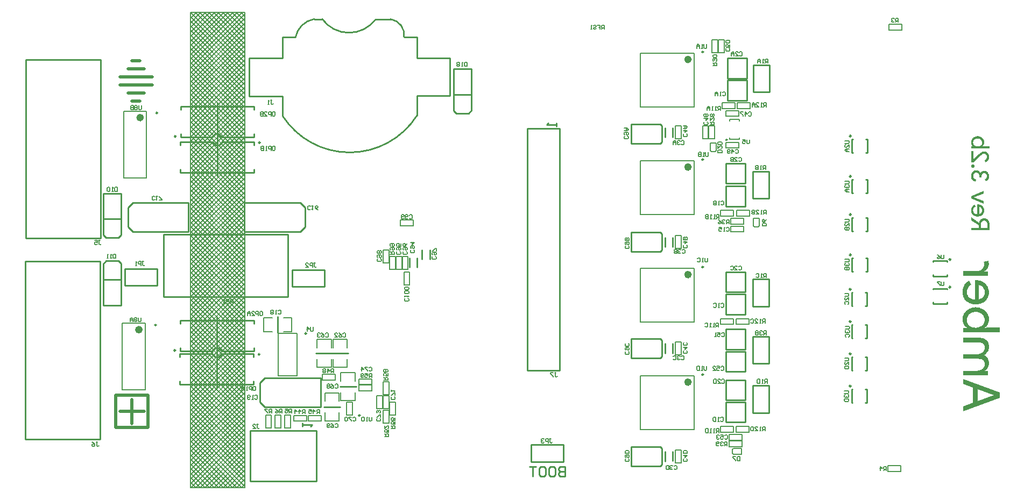
<source format=gbo>
G04 Layer_Color=32896*
%FSLAX25Y25*%
%MOIN*%
G70*
G01*
G75*
%ADD10C,0.00800*%
%ADD32C,0.02000*%
%ADD35C,0.01000*%
%ADD87C,0.00984*%
%ADD88C,0.02362*%
%ADD89C,0.00787*%
G36*
X590665Y93195D02*
X591590Y93047D01*
X592405Y92825D01*
X593072Y92566D01*
X593590Y92269D01*
X593960Y92047D01*
X594071Y91973D01*
X594182Y91899D01*
X594256Y91825D01*
X594553Y91529D01*
X594812Y91232D01*
X595182Y90566D01*
X595478Y89862D01*
X595701Y89196D01*
X595812Y88603D01*
X595849Y88344D01*
Y88122D01*
X595886Y87937D01*
Y87789D01*
Y87715D01*
Y87678D01*
X595849Y87048D01*
X595775Y86493D01*
X595627Y85937D01*
X595441Y85419D01*
X595182Y84974D01*
X594960Y84530D01*
X594664Y84123D01*
X594405Y83752D01*
X594145Y83456D01*
X593849Y83160D01*
X593627Y82938D01*
X593405Y82753D01*
X593183Y82567D01*
X593035Y82456D01*
X592961Y82419D01*
X592923Y82382D01*
X593405Y82123D01*
X593849Y81827D01*
X594219Y81531D01*
X594553Y81234D01*
X594775Y80938D01*
X594960Y80716D01*
X595071Y80568D01*
X595108Y80494D01*
X595367Y80012D01*
X595553Y79494D01*
X595701Y78975D01*
X595775Y78494D01*
X595849Y78087D01*
X595886Y77790D01*
Y77568D01*
Y77531D01*
Y77494D01*
X595849Y77013D01*
X595775Y76494D01*
X595627Y76050D01*
X595516Y75643D01*
X595367Y75309D01*
X595219Y75013D01*
X595145Y74865D01*
X595108Y74791D01*
X594812Y74310D01*
X594516Y73902D01*
X594182Y73532D01*
X593923Y73273D01*
X593664Y73051D01*
X593442Y72865D01*
X593294Y72791D01*
X593257Y72755D01*
Y72643D01*
X595404D01*
Y69866D01*
X580000D01*
Y72755D01*
X588517D01*
X589183Y72791D01*
X589813Y72940D01*
X590405Y73125D01*
X590887Y73310D01*
X591257Y73532D01*
X591553Y73680D01*
X591739Y73828D01*
X591813Y73865D01*
X592294Y74310D01*
X592664Y74791D01*
X592923Y75273D01*
X593072Y75717D01*
X593183Y76087D01*
X593220Y76420D01*
X593257Y76606D01*
Y76680D01*
X593220Y77309D01*
X593109Y77865D01*
X592961Y78309D01*
X592775Y78679D01*
X592590Y78975D01*
X592442Y79161D01*
X592331Y79272D01*
X592294Y79309D01*
X591887Y79568D01*
X591405Y79790D01*
X590887Y79938D01*
X590368Y80012D01*
X589887Y80086D01*
X589517Y80123D01*
X580000D01*
Y83012D01*
X588517D01*
X589183Y83049D01*
X589813Y83197D01*
X590405Y83382D01*
X590887Y83567D01*
X591257Y83789D01*
X591553Y83938D01*
X591739Y84086D01*
X591813Y84123D01*
X592294Y84567D01*
X592664Y85048D01*
X592923Y85530D01*
X593072Y85974D01*
X593183Y86344D01*
X593220Y86678D01*
X593257Y86863D01*
Y86937D01*
X593220Y87567D01*
X593109Y88122D01*
X592961Y88566D01*
X592775Y88937D01*
X592590Y89233D01*
X592442Y89418D01*
X592331Y89529D01*
X592294Y89566D01*
X591887Y89825D01*
X591405Y90048D01*
X590887Y90196D01*
X590368Y90270D01*
X589887Y90344D01*
X589517Y90381D01*
X580000D01*
Y93269D01*
X589591D01*
X590665Y93195D01*
D02*
G37*
G36*
X589109Y175919D02*
X589442Y175900D01*
X589757Y175845D01*
X590053Y175770D01*
X590331Y175697D01*
X590590Y175622D01*
X590812Y175530D01*
X591034Y175437D01*
X591219Y175326D01*
X591367Y175234D01*
X591515Y175160D01*
X591627Y175086D01*
X591719Y175012D01*
X591775Y174956D01*
X591812Y174938D01*
X591830Y174919D01*
X592034Y174715D01*
X592200Y174512D01*
X592348Y174290D01*
X592478Y174068D01*
X592589Y173846D01*
X592663Y173605D01*
X592811Y173179D01*
X592848Y172976D01*
X592885Y172790D01*
X592904Y172624D01*
X592922Y172476D01*
X592941Y172365D01*
Y172272D01*
Y172217D01*
Y172198D01*
X592922Y171902D01*
X592885Y171606D01*
X592830Y171328D01*
X592756Y171069D01*
X592571Y170606D01*
X592459Y170384D01*
X592367Y170199D01*
X592256Y170032D01*
X592145Y169884D01*
X592052Y169755D01*
X591960Y169662D01*
X591886Y169570D01*
X591830Y169514D01*
X591793Y169477D01*
X591775Y169459D01*
X591552Y169273D01*
X591312Y169107D01*
X591071Y168959D01*
X590831Y168848D01*
X590571Y168737D01*
X590331Y168644D01*
X589868Y168515D01*
X589665Y168478D01*
X589461Y168441D01*
X589294Y168422D01*
X589146Y168403D01*
X589017Y168385D01*
X588850D01*
X588517Y168403D01*
X588221Y168441D01*
X587925Y168478D01*
X587647Y168552D01*
X587388Y168644D01*
X587147Y168737D01*
X586906Y168829D01*
X586721Y168940D01*
X586536Y169033D01*
X586370Y169125D01*
X586240Y169218D01*
X586111Y169310D01*
X586018Y169385D01*
X585962Y169422D01*
X585925Y169459D01*
X585907Y169477D01*
X585703Y169699D01*
X585537Y169921D01*
X585370Y170143D01*
X585241Y170384D01*
X585130Y170625D01*
X585037Y170847D01*
X584907Y171310D01*
X584852Y171513D01*
X584815Y171698D01*
X584796Y171865D01*
X584778Y172013D01*
X584759Y172124D01*
Y172217D01*
Y172272D01*
Y172291D01*
X584778Y172716D01*
X584852Y173105D01*
X584926Y173457D01*
X585037Y173771D01*
X585130Y174012D01*
X585222Y174197D01*
X585241Y174271D01*
X585278Y174327D01*
X585296Y174345D01*
Y174364D01*
X585518Y174697D01*
X585759Y174975D01*
X586018Y175234D01*
X586259Y175437D01*
X586481Y175604D01*
X586647Y175715D01*
X586721Y175752D01*
X586777Y175789D01*
X586796Y175807D01*
X586814D01*
X587443Y174512D01*
X587203Y174364D01*
X586981Y174197D01*
X586796Y174031D01*
X586647Y173846D01*
X586499Y173660D01*
X586388Y173494D01*
X586296Y173309D01*
X586222Y173142D01*
X586129Y172827D01*
X586092Y172698D01*
X586074Y172568D01*
Y172476D01*
X586055Y172402D01*
Y172365D01*
Y172346D01*
X586092Y171994D01*
X586166Y171661D01*
X586277Y171365D01*
X586407Y171106D01*
X586518Y170902D01*
X586629Y170754D01*
X586703Y170662D01*
X586740Y170625D01*
X587018Y170384D01*
X587332Y170199D01*
X587628Y170069D01*
X587925Y169977D01*
X588184Y169921D01*
X588387Y169884D01*
X588461Y169866D01*
X588572D01*
Y175919D01*
X588739Y175937D01*
X589109Y175919D01*
D02*
G37*
G36*
X588221Y128929D02*
X588887Y128892D01*
X589517Y128781D01*
X590109Y128633D01*
X590665Y128485D01*
X591183Y128337D01*
X591627Y128151D01*
X592072Y127966D01*
X592442Y127744D01*
X592738Y127559D01*
X593035Y127411D01*
X593257Y127263D01*
X593442Y127114D01*
X593553Y127003D01*
X593627Y126966D01*
X593664Y126929D01*
X594071Y126522D01*
X594405Y126115D01*
X594701Y125670D01*
X594960Y125226D01*
X595182Y124782D01*
X595330Y124300D01*
X595627Y123449D01*
X595701Y123041D01*
X595775Y122671D01*
X595812Y122338D01*
X595849Y122041D01*
X595886Y121819D01*
Y121634D01*
Y121523D01*
Y121486D01*
X595849Y120894D01*
X595775Y120301D01*
X595664Y119746D01*
X595516Y119227D01*
X595145Y118301D01*
X594923Y117857D01*
X594738Y117487D01*
X594516Y117153D01*
X594294Y116857D01*
X594108Y116598D01*
X593923Y116413D01*
X593775Y116228D01*
X593664Y116117D01*
X593590Y116042D01*
X593553Y116006D01*
X593109Y115635D01*
X592627Y115302D01*
X592146Y115006D01*
X591665Y114784D01*
X591146Y114561D01*
X590665Y114376D01*
X589739Y114117D01*
X589332Y114043D01*
X588924Y113969D01*
X588591Y113932D01*
X588295Y113895D01*
X588035Y113858D01*
X587702D01*
X587036Y113895D01*
X586443Y113969D01*
X585851Y114043D01*
X585295Y114191D01*
X584777Y114376D01*
X584296Y114561D01*
X583814Y114746D01*
X583444Y114969D01*
X583074Y115154D01*
X582740Y115339D01*
X582481Y115524D01*
X582222Y115709D01*
X582037Y115857D01*
X581926Y115931D01*
X581851Y116006D01*
X581814Y116042D01*
X581407Y116487D01*
X581074Y116931D01*
X580741Y117376D01*
X580481Y117857D01*
X580259Y118338D01*
X580074Y118783D01*
X579815Y119709D01*
X579704Y120116D01*
X579630Y120486D01*
X579593Y120819D01*
X579556Y121116D01*
X579519Y121338D01*
Y121523D01*
Y121634D01*
Y121671D01*
X579556Y122523D01*
X579704Y123300D01*
X579852Y124004D01*
X580074Y124634D01*
X580259Y125115D01*
X580444Y125485D01*
X580481Y125633D01*
X580555Y125744D01*
X580592Y125781D01*
Y125819D01*
X581037Y126485D01*
X581518Y127040D01*
X582037Y127559D01*
X582518Y127966D01*
X582962Y128299D01*
X583296Y128522D01*
X583444Y128596D01*
X583555Y128670D01*
X583592Y128707D01*
X583629D01*
X584888Y126115D01*
X584407Y125819D01*
X583962Y125485D01*
X583592Y125152D01*
X583296Y124782D01*
X582999Y124411D01*
X582777Y124078D01*
X582592Y123708D01*
X582444Y123374D01*
X582259Y122745D01*
X582185Y122486D01*
X582148Y122227D01*
Y122041D01*
X582111Y121893D01*
Y121819D01*
Y121782D01*
X582185Y121079D01*
X582333Y120412D01*
X582555Y119820D01*
X582814Y119301D01*
X583037Y118894D01*
X583259Y118598D01*
X583407Y118412D01*
X583481Y118338D01*
X584036Y117857D01*
X584666Y117487D01*
X585258Y117227D01*
X585851Y117042D01*
X586369Y116931D01*
X586776Y116857D01*
X586925Y116820D01*
X587147D01*
Y128929D01*
X587480Y128966D01*
X588221Y128929D01*
D02*
G37*
G36*
X588332Y112080D02*
X588924Y112006D01*
X589480Y111932D01*
X590035Y111784D01*
X591035Y111414D01*
X591479Y111229D01*
X591887Y111044D01*
X592257Y110821D01*
X592553Y110636D01*
X592849Y110451D01*
X593072Y110266D01*
X593257Y110118D01*
X593405Y110044D01*
X593479Y109970D01*
X593516Y109933D01*
X593923Y109525D01*
X594294Y109118D01*
X594627Y108674D01*
X594886Y108229D01*
X595108Y107822D01*
X595293Y107378D01*
X595590Y106563D01*
X595775Y105859D01*
X595812Y105563D01*
X595849Y105304D01*
X595886Y105082D01*
Y104934D01*
Y104822D01*
Y104785D01*
X595849Y104156D01*
X595775Y103601D01*
X595664Y103045D01*
X595516Y102601D01*
X595367Y102193D01*
X595256Y101934D01*
X595182Y101749D01*
X595145Y101675D01*
X594849Y101193D01*
X594553Y100749D01*
X594256Y100379D01*
X593923Y100083D01*
X593664Y99860D01*
X593442Y99675D01*
X593294Y99564D01*
X593257Y99527D01*
Y99416D01*
X595404Y99527D01*
X602477D01*
Y96639D01*
X580000D01*
Y99416D01*
X582111D01*
Y99527D01*
X581703Y99860D01*
X581333Y100194D01*
X581000Y100564D01*
X580741Y100897D01*
X580518Y101193D01*
X580370Y101453D01*
X580259Y101601D01*
X580222Y101675D01*
X580000Y102230D01*
X579815Y102749D01*
X579704Y103267D01*
X579593Y103749D01*
X579556Y104156D01*
X579519Y104489D01*
Y104711D01*
Y104785D01*
X579556Y105341D01*
X579630Y105896D01*
X579741Y106378D01*
X579889Y106859D01*
X580259Y107748D01*
X580704Y108488D01*
X580889Y108822D01*
X581111Y109118D01*
X581296Y109340D01*
X581481Y109562D01*
X581629Y109710D01*
X581740Y109821D01*
X581814Y109896D01*
X581851Y109933D01*
X582333Y110303D01*
X582777Y110673D01*
X583296Y110932D01*
X583777Y111192D01*
X584258Y111414D01*
X584777Y111599D01*
X585666Y111858D01*
X586110Y111932D01*
X586480Y112006D01*
X586813Y112043D01*
X587110Y112080D01*
X587369Y112117D01*
X587702D01*
X588332Y112080D01*
D02*
G37*
G36*
X595553Y140779D02*
X595664Y140408D01*
X595738Y140075D01*
X595775Y139742D01*
X595812Y139445D01*
Y139223D01*
Y139075D01*
Y139001D01*
X595775Y138520D01*
X595664Y138001D01*
X595553Y137557D01*
X595404Y137150D01*
X595219Y136816D01*
X595108Y136520D01*
X594997Y136372D01*
X594960Y136298D01*
X594627Y135817D01*
X594294Y135446D01*
X593923Y135113D01*
X593590Y134891D01*
X593331Y134706D01*
X593109Y134557D01*
X592923Y134520D01*
X592886Y134484D01*
Y134372D01*
X595404D01*
Y131595D01*
X580000D01*
Y134484D01*
X588480D01*
X589109Y134520D01*
X589702Y134669D01*
X590220Y134854D01*
X590665Y135113D01*
X591035Y135335D01*
X591331Y135520D01*
X591479Y135668D01*
X591553Y135705D01*
X591998Y136187D01*
X592331Y136668D01*
X592553Y137150D01*
X592738Y137594D01*
X592812Y137964D01*
X592849Y138298D01*
X592886Y138483D01*
Y138557D01*
Y138964D01*
X592849Y139297D01*
X592812Y139594D01*
X592775Y139853D01*
X592738Y140038D01*
X592701Y140149D01*
X592664Y140223D01*
Y140260D01*
X595441Y141112D01*
X595553Y140779D01*
D02*
G37*
G36*
X589628Y164628D02*
X589683Y164664D01*
X589794Y165090D01*
X589961Y165460D01*
X590146Y165794D01*
X590349Y166071D01*
X590534Y166293D01*
X590683Y166460D01*
X590794Y166552D01*
X590812Y166590D01*
X590831D01*
X591182Y166849D01*
X591534Y167034D01*
X591886Y167163D01*
X592200Y167256D01*
X592497Y167311D01*
X592608Y167330D01*
X592700D01*
X592793Y167349D01*
X592904D01*
X593163Y167330D01*
X593403Y167311D01*
X593866Y167182D01*
X594274Y167015D01*
X594625Y166830D01*
X594903Y166645D01*
X595014Y166552D01*
X595107Y166479D01*
X595181Y166404D01*
X595236Y166349D01*
X595255Y166330D01*
X595273Y166312D01*
X595440Y166108D01*
X595588Y165905D01*
X595717Y165701D01*
X595828Y165498D01*
X595995Y165072D01*
X596125Y164683D01*
X596180Y164350D01*
X596199Y164202D01*
X596217Y164072D01*
X596236Y163980D01*
Y163906D01*
Y163850D01*
Y163832D01*
Y160000D01*
X585000D01*
Y161444D01*
X589553D01*
Y163036D01*
X585000Y166071D01*
Y167793D01*
X585055D01*
X589628Y164628D01*
D02*
G37*
G36*
X586370Y203901D02*
X589535Y207048D01*
X589868Y207344D01*
X590201Y207622D01*
X590516Y207844D01*
X590831Y208047D01*
X591127Y208214D01*
X591404Y208343D01*
X591664Y208454D01*
X591904Y208547D01*
X592126Y208621D01*
X592311Y208677D01*
X592497Y208714D01*
X592626Y208751D01*
X592756D01*
X592830Y208769D01*
X592904D01*
X593144Y208751D01*
X593366Y208732D01*
X593792Y208621D01*
X594162Y208454D01*
X594477Y208288D01*
X594736Y208103D01*
X594921Y207936D01*
X594995Y207881D01*
X595051Y207825D01*
X595069Y207807D01*
X595088Y207788D01*
X595255Y207603D01*
X595384Y207399D01*
X595514Y207214D01*
X595606Y207011D01*
X595773Y206604D01*
X595884Y206215D01*
X595939Y205882D01*
X595976Y205733D01*
Y205604D01*
X595995Y205511D01*
Y205437D01*
Y205382D01*
Y205363D01*
X595958Y204919D01*
X595884Y204512D01*
X595773Y204160D01*
X595662Y203846D01*
X595532Y203586D01*
X595421Y203401D01*
X595366Y203327D01*
X595347Y203272D01*
X595310Y203253D01*
Y203235D01*
X595032Y202920D01*
X594755Y202679D01*
X594477Y202457D01*
X594218Y202309D01*
X593977Y202180D01*
X593792Y202087D01*
X593718Y202068D01*
X593663Y202050D01*
X593644Y202031D01*
X593626D01*
X593107Y203364D01*
X593329Y203438D01*
X593533Y203531D01*
X593718Y203642D01*
X593866Y203771D01*
X593996Y203864D01*
X594088Y203957D01*
X594144Y204031D01*
X594162Y204049D01*
X594311Y204253D01*
X594422Y204475D01*
X594496Y204697D01*
X594551Y204882D01*
X594588Y205067D01*
X594607Y205197D01*
Y205289D01*
Y205326D01*
X594588Y205641D01*
X594533Y205919D01*
X594440Y206159D01*
X594366Y206363D01*
X594274Y206511D01*
X594181Y206641D01*
X594125Y206715D01*
X594107Y206733D01*
X593903Y206918D01*
X593700Y207048D01*
X593515Y207159D01*
X593311Y207214D01*
X593144Y207251D01*
X593015Y207288D01*
X592904D01*
X592608Y207270D01*
X592330Y207214D01*
X592071Y207122D01*
X591849Y207029D01*
X591664Y206918D01*
X591515Y206844D01*
X591423Y206770D01*
X591386Y206751D01*
X591238Y206641D01*
X591090Y206511D01*
X590757Y206233D01*
X590405Y205900D01*
X590053Y205585D01*
X589739Y205289D01*
X589609Y205160D01*
X589498Y205049D01*
X589387Y204956D01*
X589313Y204882D01*
X589276Y204845D01*
X589257Y204826D01*
X586444Y202031D01*
X585000D01*
Y208899D01*
X586370D01*
Y203901D01*
D02*
G37*
G36*
X589165Y218172D02*
X589461Y218135D01*
X589739Y218098D01*
X590016Y218024D01*
X590516Y217839D01*
X590738Y217746D01*
X590942Y217654D01*
X591127Y217543D01*
X591275Y217450D01*
X591423Y217358D01*
X591534Y217265D01*
X591627Y217191D01*
X591701Y217154D01*
X591738Y217117D01*
X591756Y217099D01*
X591960Y216895D01*
X592145Y216691D01*
X592311Y216469D01*
X592441Y216247D01*
X592552Y216044D01*
X592645Y215822D01*
X592793Y215414D01*
X592885Y215062D01*
X592904Y214914D01*
X592922Y214785D01*
X592941Y214674D01*
Y214600D01*
Y214544D01*
Y214526D01*
X592922Y214211D01*
X592885Y213933D01*
X592830Y213656D01*
X592756Y213434D01*
X592682Y213230D01*
X592626Y213101D01*
X592589Y213008D01*
X592571Y212971D01*
X592422Y212730D01*
X592274Y212508D01*
X592126Y212323D01*
X591960Y212175D01*
X591830Y212064D01*
X591719Y211971D01*
X591645Y211916D01*
X591627Y211897D01*
Y211842D01*
X592700Y211897D01*
X596236D01*
Y210454D01*
X585000D01*
Y211842D01*
X586055D01*
Y211897D01*
X585851Y212064D01*
X585666Y212230D01*
X585500Y212416D01*
X585370Y212582D01*
X585259Y212730D01*
X585185Y212860D01*
X585130Y212934D01*
X585111Y212971D01*
X585000Y213249D01*
X584907Y213508D01*
X584852Y213767D01*
X584796Y214007D01*
X584778Y214211D01*
X584759Y214378D01*
Y214489D01*
Y214526D01*
X584778Y214803D01*
X584815Y215081D01*
X584870Y215322D01*
X584944Y215562D01*
X585130Y216007D01*
X585352Y216377D01*
X585444Y216543D01*
X585555Y216691D01*
X585648Y216803D01*
X585740Y216914D01*
X585814Y216988D01*
X585870Y217043D01*
X585907Y217080D01*
X585925Y217099D01*
X586166Y217284D01*
X586388Y217469D01*
X586647Y217598D01*
X586888Y217728D01*
X587129Y217839D01*
X587388Y217932D01*
X587832Y218061D01*
X588054Y218098D01*
X588239Y218135D01*
X588406Y218154D01*
X588554Y218172D01*
X588684Y218191D01*
X588850D01*
X589165Y218172D01*
D02*
G37*
G36*
X602477Y59238D02*
Y55980D01*
X580000Y47500D01*
Y50685D01*
X586073Y52906D01*
Y62349D01*
X580000Y64534D01*
Y67718D01*
X602477Y59238D01*
D02*
G37*
G36*
X592700Y182601D02*
X586721Y180306D01*
Y180269D01*
X592700Y178010D01*
Y176437D01*
X585000Y179547D01*
Y180990D01*
X592700Y184137D01*
Y182601D01*
D02*
G37*
G36*
X588350Y197108D02*
X588647Y197052D01*
X588906Y196978D01*
X589146Y196886D01*
X589331Y196793D01*
X589479Y196719D01*
X589553Y196664D01*
X589591Y196645D01*
X589831Y196460D01*
X590053Y196238D01*
X590238Y196034D01*
X590386Y195812D01*
X590497Y195627D01*
X590571Y195479D01*
X590627Y195368D01*
X590646Y195349D01*
Y195331D01*
X590720D01*
X590868Y195590D01*
X591034Y195812D01*
X591201Y195997D01*
X591386Y196164D01*
X591590Y196312D01*
X591775Y196423D01*
X591960Y196516D01*
X592145Y196590D01*
X592478Y196701D01*
X592626Y196738D01*
X592756Y196756D01*
X592867Y196775D01*
X593015D01*
X593256Y196756D01*
X593478Y196738D01*
X593903Y196627D01*
X594274Y196478D01*
X594570Y196293D01*
X594810Y196108D01*
X594995Y195960D01*
X595107Y195849D01*
X595144Y195831D01*
Y195812D01*
X595292Y195627D01*
X595421Y195423D01*
X595643Y195016D01*
X595791Y194627D01*
X595884Y194239D01*
X595958Y193906D01*
X595976Y193776D01*
Y193647D01*
X595995Y193535D01*
Y193461D01*
Y193424D01*
Y193406D01*
X595976Y192999D01*
X595902Y192610D01*
X595810Y192277D01*
X595699Y191981D01*
X595569Y191740D01*
X595477Y191555D01*
X595403Y191444D01*
X595384Y191425D01*
Y191407D01*
X595144Y191111D01*
X594884Y190851D01*
X594607Y190648D01*
X594347Y190481D01*
X594125Y190352D01*
X593940Y190278D01*
X593866Y190241D01*
X593811Y190222D01*
X593792Y190204D01*
X593774D01*
X593218Y191536D01*
X593459Y191647D01*
X593681Y191758D01*
X593866Y191888D01*
X594014Y192036D01*
X594162Y192184D01*
X594274Y192351D01*
X594366Y192499D01*
X594440Y192665D01*
X594533Y192943D01*
X594570Y193073D01*
X594588Y193184D01*
X594607Y193276D01*
Y193350D01*
Y193387D01*
Y193406D01*
X594588Y193702D01*
X594533Y193980D01*
X594459Y194220D01*
X594385Y194405D01*
X594311Y194572D01*
X594237Y194683D01*
X594181Y194757D01*
X594162Y194776D01*
X593996Y194942D01*
X593811Y195072D01*
X593607Y195164D01*
X593422Y195238D01*
X593274Y195275D01*
X593126Y195294D01*
X593015D01*
X592737Y195275D01*
X592497Y195201D01*
X592293Y195127D01*
X592108Y195016D01*
X591960Y194924D01*
X591867Y194831D01*
X591793Y194757D01*
X591775Y194739D01*
X591608Y194516D01*
X591497Y194294D01*
X591404Y194054D01*
X591349Y193832D01*
X591312Y193628D01*
X591293Y193480D01*
Y193369D01*
Y193350D01*
Y193332D01*
Y192517D01*
X589942D01*
Y193443D01*
X589924Y193776D01*
X589850Y194072D01*
X589776Y194331D01*
X589665Y194553D01*
X589572Y194739D01*
X589479Y194887D01*
X589405Y194961D01*
X589387Y194998D01*
X589183Y195220D01*
X588943Y195386D01*
X588721Y195498D01*
X588517Y195590D01*
X588313Y195627D01*
X588165Y195646D01*
X588073Y195664D01*
X588036D01*
X587758Y195646D01*
X587480Y195571D01*
X587258Y195460D01*
X587055Y195349D01*
X586888Y195238D01*
X586777Y195127D01*
X586684Y195053D01*
X586666Y195035D01*
X586481Y194776D01*
X586351Y194516D01*
X586259Y194257D01*
X586203Y194017D01*
X586166Y193813D01*
X586129Y193647D01*
Y193535D01*
Y193517D01*
Y193498D01*
X586148Y193221D01*
X586203Y192943D01*
X586277Y192721D01*
X586370Y192517D01*
X586444Y192351D01*
X586518Y192240D01*
X586573Y192147D01*
X586592Y192129D01*
X586796Y191925D01*
X587018Y191758D01*
X587240Y191610D01*
X587462Y191499D01*
X587665Y191407D01*
X587832Y191351D01*
X587943Y191314D01*
X587962Y191296D01*
X587980D01*
X587425Y189981D01*
X586999Y190148D01*
X586610Y190333D01*
X586277Y190555D01*
X585999Y190777D01*
X585759Y190981D01*
X585592Y191148D01*
X585500Y191277D01*
X585481Y191296D01*
X585463Y191314D01*
X585222Y191684D01*
X585055Y192073D01*
X584926Y192443D01*
X584852Y192777D01*
X584796Y193073D01*
X584778Y193184D01*
Y193295D01*
X584759Y193387D01*
Y193443D01*
Y193480D01*
Y193498D01*
X584778Y193776D01*
X584796Y194054D01*
X584907Y194553D01*
X585055Y194979D01*
X585222Y195368D01*
X585315Y195516D01*
X585389Y195664D01*
X585463Y195794D01*
X585537Y195886D01*
X585592Y195960D01*
X585648Y196016D01*
X585666Y196053D01*
X585685Y196071D01*
X585870Y196256D01*
X586055Y196423D01*
X586259Y196553D01*
X586444Y196682D01*
X586647Y196793D01*
X586851Y196867D01*
X587221Y196997D01*
X587536Y197071D01*
X587684Y197089D01*
X587795Y197108D01*
X587906Y197126D01*
X588036D01*
X588350Y197108D01*
D02*
G37*
G36*
X586129Y200643D02*
X586277Y200606D01*
X586407Y200569D01*
X586518Y200514D01*
X586610Y200440D01*
X586666Y200403D01*
X586703Y200366D01*
X586721Y200347D01*
X586833Y200236D01*
X586906Y200107D01*
X586962Y199977D01*
X586999Y199866D01*
X587018Y199755D01*
X587036Y199662D01*
Y199607D01*
Y199588D01*
X587018Y199422D01*
X586981Y199292D01*
X586943Y199162D01*
X586888Y199051D01*
X586814Y198959D01*
X586777Y198885D01*
X586740Y198848D01*
X586721Y198829D01*
X586610Y198718D01*
X586481Y198644D01*
X586351Y198589D01*
X586240Y198552D01*
X586129Y198533D01*
X586037Y198515D01*
X585962D01*
X585796Y198533D01*
X585666Y198570D01*
X585537Y198607D01*
X585426Y198681D01*
X585333Y198737D01*
X585259Y198774D01*
X585222Y198811D01*
X585204Y198829D01*
X585111Y198959D01*
X585037Y199088D01*
X584981Y199199D01*
X584944Y199329D01*
X584926Y199440D01*
X584907Y199514D01*
Y199570D01*
Y199588D01*
X584926Y199755D01*
X584963Y199903D01*
X585000Y200032D01*
X585055Y200144D01*
X585111Y200236D01*
X585167Y200292D01*
X585185Y200329D01*
X585204Y200347D01*
X585333Y200458D01*
X585463Y200532D01*
X585574Y200588D01*
X585703Y200625D01*
X585814Y200643D01*
X585888Y200662D01*
X585962D01*
X586129Y200643D01*
D02*
G37*
%LPC*%
G36*
X589813Y174401D02*
X589776D01*
Y169977D01*
X590072Y170069D01*
X590331Y170180D01*
X590571Y170310D01*
X590757Y170440D01*
X590905Y170551D01*
X591016Y170662D01*
X591090Y170736D01*
X591108Y170754D01*
X591275Y170976D01*
X591404Y171217D01*
X591497Y171458D01*
X591571Y171680D01*
X591608Y171865D01*
X591627Y172031D01*
Y172124D01*
Y172161D01*
X591608Y172513D01*
X591552Y172827D01*
X591460Y173105D01*
X591367Y173327D01*
X591256Y173494D01*
X591182Y173623D01*
X591108Y173716D01*
X591090Y173734D01*
X590886Y173938D01*
X590664Y174086D01*
X590442Y174197D01*
X590238Y174290D01*
X590053Y174345D01*
X589905Y174382D01*
X589813Y174401D01*
D02*
G37*
G36*
X589628Y125892D02*
X589554D01*
Y117042D01*
X590146Y117227D01*
X590665Y117450D01*
X591146Y117709D01*
X591516Y117968D01*
X591813Y118190D01*
X592035Y118412D01*
X592183Y118561D01*
X592220Y118598D01*
X592553Y119042D01*
X592812Y119523D01*
X592998Y120005D01*
X593146Y120449D01*
X593220Y120819D01*
X593257Y121153D01*
Y121338D01*
Y121412D01*
X593220Y122116D01*
X593109Y122745D01*
X592923Y123300D01*
X592738Y123745D01*
X592516Y124078D01*
X592368Y124337D01*
X592220Y124522D01*
X592183Y124559D01*
X591776Y124967D01*
X591331Y125263D01*
X590887Y125485D01*
X590480Y125670D01*
X590109Y125781D01*
X589813Y125856D01*
X589628Y125892D01*
D02*
G37*
G36*
X587924Y109229D02*
X587702D01*
X586813Y109155D01*
X586036Y109007D01*
X585332Y108785D01*
X584777Y108525D01*
X584333Y108229D01*
X583962Y108007D01*
X583777Y107859D01*
X583703Y107785D01*
X583407Y107526D01*
X583185Y107229D01*
X582777Y106637D01*
X582518Y106081D01*
X582296Y105526D01*
X582185Y105045D01*
X582148Y104637D01*
X582111Y104489D01*
Y104415D01*
Y104341D01*
Y104304D01*
X582185Y103563D01*
X582370Y102860D01*
X582592Y102267D01*
X582888Y101749D01*
X583185Y101342D01*
X583407Y101045D01*
X583592Y100860D01*
X583666Y100786D01*
X584296Y100342D01*
X584962Y100008D01*
X585629Y99749D01*
X586258Y99601D01*
X586851Y99490D01*
X587073Y99453D01*
X587295D01*
X587480Y99416D01*
X587702D01*
X588554Y99490D01*
X589332Y99638D01*
X589998Y99860D01*
X590591Y100120D01*
X591035Y100342D01*
X591368Y100564D01*
X591590Y100712D01*
X591665Y100786D01*
X591961Y101045D01*
X592183Y101342D01*
X592590Y101934D01*
X592886Y102527D01*
X593072Y103082D01*
X593183Y103563D01*
X593220Y103971D01*
X593257Y104119D01*
Y104230D01*
Y104267D01*
Y104304D01*
Y104674D01*
X593183Y105045D01*
X592998Y105711D01*
X592738Y106304D01*
X592479Y106822D01*
X592183Y107229D01*
X591924Y107526D01*
X591739Y107711D01*
X591702Y107785D01*
X591665D01*
X591035Y108266D01*
X590405Y108636D01*
X589739Y108896D01*
X589109Y109044D01*
X588554Y109155D01*
X588295Y109192D01*
X588110D01*
X587924Y109229D01*
D02*
G37*
G36*
X593033Y165868D02*
X592904D01*
X592608Y165849D01*
X592330Y165775D01*
X592071Y165683D01*
X591867Y165571D01*
X591701Y165442D01*
X591590Y165349D01*
X591497Y165275D01*
X591478Y165257D01*
X591293Y165016D01*
X591145Y164757D01*
X591053Y164516D01*
X590979Y164276D01*
X590942Y164072D01*
X590923Y163906D01*
X590905Y163795D01*
Y163776D01*
Y163758D01*
Y161444D01*
X594866D01*
Y163850D01*
X594847Y164165D01*
X594773Y164442D01*
X594681Y164683D01*
X594570Y164905D01*
X594459Y165072D01*
X594366Y165183D01*
X594292Y165275D01*
X594274Y165294D01*
X594051Y165479D01*
X593811Y165627D01*
X593589Y165720D01*
X593366Y165794D01*
X593181Y165831D01*
X593033Y165868D01*
D02*
G37*
G36*
X588961Y216747D02*
X588850D01*
X588406Y216710D01*
X588017Y216636D01*
X587665Y216525D01*
X587388Y216395D01*
X587166Y216247D01*
X586981Y216136D01*
X586888Y216062D01*
X586851Y216025D01*
X586703Y215896D01*
X586592Y215747D01*
X586388Y215451D01*
X586259Y215174D01*
X586148Y214896D01*
X586092Y214655D01*
X586074Y214452D01*
X586055Y214378D01*
Y214341D01*
Y214304D01*
Y214285D01*
X586092Y213915D01*
X586185Y213563D01*
X586296Y213267D01*
X586444Y213008D01*
X586592Y212804D01*
X586703Y212656D01*
X586796Y212564D01*
X586833Y212527D01*
X587147Y212305D01*
X587480Y212138D01*
X587814Y212008D01*
X588128Y211934D01*
X588424Y211879D01*
X588535Y211860D01*
X588647D01*
X588739Y211842D01*
X588850D01*
X589276Y211879D01*
X589665Y211953D01*
X589998Y212064D01*
X590294Y212193D01*
X590516Y212305D01*
X590683Y212416D01*
X590794Y212490D01*
X590831Y212527D01*
X590979Y212656D01*
X591090Y212804D01*
X591293Y213101D01*
X591441Y213397D01*
X591534Y213674D01*
X591590Y213915D01*
X591608Y214119D01*
X591627Y214193D01*
Y214248D01*
Y214267D01*
Y214285D01*
Y214470D01*
X591590Y214655D01*
X591497Y214988D01*
X591367Y215285D01*
X591238Y215544D01*
X591090Y215747D01*
X590960Y215896D01*
X590868Y215988D01*
X590849Y216025D01*
X590831D01*
X590516Y216266D01*
X590201Y216451D01*
X589868Y216580D01*
X589553Y216654D01*
X589276Y216710D01*
X589146Y216728D01*
X589054D01*
X588961Y216747D01*
D02*
G37*
G36*
X588776Y61349D02*
Y53869D01*
X598922Y57535D01*
Y57683D01*
X588776Y61349D01*
D02*
G37*
%LPD*%
D10*
X126864Y294882D02*
X135039Y286706D01*
X124035Y294882D02*
X135039Y283878D01*
X132521Y294882D02*
X135039Y292363D01*
X129692Y294882D02*
X135039Y289535D01*
X115550Y294882D02*
X135039Y275393D01*
X112722Y294882D02*
X135039Y272564D01*
X121207Y294882D02*
X135039Y281049D01*
X118378Y294882D02*
X135039Y278221D01*
X104236Y294882D02*
X135039Y264079D01*
X101408Y294882D02*
X135039Y261250D01*
X109893Y294882D02*
X135039Y269736D01*
X107065Y294882D02*
X135039Y266907D01*
X101181Y292280D02*
X135039Y258422D01*
X101181Y257303D02*
X135039Y291161D01*
X101181Y260132D02*
X135039Y293990D01*
X101181Y217705D02*
X135039Y251564D01*
X101181Y249854D02*
X135039Y215996D01*
X101181Y245989D02*
X135039Y279848D01*
X101181Y278138D02*
X135039Y244280D01*
X101181Y212048D02*
X135039Y245907D01*
X101181Y244197D02*
X135039Y210339D01*
X101181Y214877D02*
X135039Y248735D01*
X101181Y247025D02*
X135039Y213167D01*
X101181Y286623D02*
X135039Y252765D01*
X101181Y251646D02*
X135039Y285505D01*
X101181Y289452D02*
X135039Y255594D01*
X101181Y254475D02*
X135039Y288333D01*
X101181Y248818D02*
X135039Y282676D01*
X101181Y280966D02*
X135039Y247108D01*
X101181Y283795D02*
X135039Y249937D01*
X101181Y285588D02*
X110475Y294882D01*
X101181Y282759D02*
X113304Y294882D01*
X101181Y294073D02*
X101990Y294882D01*
X101181Y291244D02*
X104819Y294882D01*
X101181Y275310D02*
X135039Y241451D01*
X101181Y240333D02*
X135039Y274191D01*
X101181Y279931D02*
X116132Y294882D01*
X101181Y243161D02*
X135039Y277019D01*
X101181Y274274D02*
X121789Y294882D01*
X101181Y271445D02*
X124618Y294882D01*
X101181Y288416D02*
X107647Y294882D01*
X101181Y277102D02*
X118961Y294882D01*
X101181Y265789D02*
X130274Y294882D01*
X101181Y262960D02*
X133103Y294882D01*
X101181Y268617D02*
X127446Y294882D01*
X101181Y209220D02*
X135039Y243078D01*
X101181Y241369D02*
X135039Y207510D01*
X101181Y220534D02*
X135039Y254392D01*
X101181Y252682D02*
X135039Y218824D01*
X101181Y203563D02*
X135039Y237421D01*
X101181Y235712D02*
X135039Y201853D01*
X101181Y206392D02*
X135039Y240250D01*
X101181Y238540D02*
X135039Y204682D01*
X101181Y269653D02*
X135039Y235794D01*
X101181Y266824D02*
X135039Y232966D01*
X101181Y272481D02*
X135039Y238623D01*
X101181Y237504D02*
X135039Y271362D01*
X101181Y223362D02*
X135039Y257220D01*
X101181Y255511D02*
X135039Y221652D01*
X101181Y226190D02*
X135039Y260049D01*
X101181Y190457D02*
X135039Y156598D01*
X101181Y155480D02*
X135039Y189338D01*
X101181Y193285D02*
X135039Y159427D01*
X101181Y158308D02*
X135039Y192166D01*
Y401D02*
Y294882D01*
X101181Y184800D02*
X135039Y150942D01*
X101181Y187628D02*
X135039Y153770D01*
X101181Y152651D02*
X135039Y186510D01*
X101181Y146994D02*
X135039Y180853D01*
X101181Y179143D02*
X135039Y145285D01*
X101181Y149823D02*
X135039Y183681D01*
X101181Y181972D02*
X135039Y148113D01*
X101181Y176315D02*
X135039Y142456D01*
X101181Y141338D02*
X135039Y175196D01*
X101181Y144166D02*
X135039Y178024D01*
X118636Y401D02*
X135039Y16804D01*
X121465Y401D02*
X135039Y13975D01*
X112979Y401D02*
X135039Y22461D01*
X115808Y401D02*
X135039Y19632D01*
X129950Y401D02*
X135039Y5490D01*
X132778Y401D02*
X135039Y2662D01*
X124293Y401D02*
X135039Y11147D01*
X127121Y401D02*
X135039Y8319D01*
X101666Y401D02*
X135039Y33774D01*
X101666Y401D02*
X135039Y33774D01*
X101181Y173486D02*
X135039Y139628D01*
X101181Y170658D02*
X135039Y136800D01*
X107322Y401D02*
X135039Y28117D01*
X110151Y401D02*
X135039Y25289D01*
X104494Y401D02*
X135039Y30946D01*
X101181Y221569D02*
X135039Y187711D01*
X101181Y186592D02*
X135039Y220451D01*
X101181Y224398D02*
X135039Y190540D01*
X101181Y189421D02*
X135039Y223279D01*
X101181Y215913D02*
X135039Y182054D01*
X101181Y180936D02*
X135039Y214794D01*
X101181Y218741D02*
X135039Y184883D01*
X101181Y183764D02*
X135039Y217622D01*
X101181Y197906D02*
X135039Y231765D01*
X101181Y230055D02*
X135039Y196196D01*
X101181Y200735D02*
X135039Y234593D01*
X101181Y232883D02*
X135039Y199025D01*
X101181Y227226D02*
X135039Y193368D01*
X101181Y192249D02*
X135039Y226108D01*
X101181Y195078D02*
X135039Y228936D01*
X101181Y166794D02*
X135039Y200652D01*
X101181Y198942D02*
X135039Y165084D01*
X101181Y169622D02*
X135039Y203480D01*
X101181Y201770D02*
X135039Y167912D01*
X101181Y196114D02*
X135039Y162255D01*
X101181Y161137D02*
X135039Y194995D01*
X101181Y163965D02*
X135039Y197823D01*
X101181Y210256D02*
X135039Y176398D01*
X101181Y175279D02*
X135039Y209137D01*
X101181Y213084D02*
X135039Y179226D01*
X101181Y178107D02*
X135039Y211965D01*
X101181Y172450D02*
X135039Y206309D01*
X101181Y204599D02*
X135039Y170741D01*
X101181Y207427D02*
X135039Y173569D01*
X101181Y93254D02*
X135039Y127113D01*
X101181Y125403D02*
X135039Y91545D01*
X101181Y96083D02*
X135039Y129941D01*
X101181Y128231D02*
X135039Y94373D01*
X101181Y87598D02*
X135039Y121456D01*
X101181Y119746D02*
X135039Y85888D01*
X101181Y90426D02*
X135039Y124284D01*
X101181Y122574D02*
X135039Y88716D01*
X101181Y136717D02*
X135039Y102858D01*
X101181Y101740D02*
X135039Y135598D01*
X101181Y139545D02*
X135039Y105687D01*
X101181Y104568D02*
X135039Y138426D01*
X101181Y98911D02*
X135039Y132769D01*
X101181Y131060D02*
X135039Y97202D01*
X101181Y133888D02*
X135039Y100030D01*
X101181Y105604D02*
X135039Y71746D01*
X101181Y70627D02*
X135039Y104485D01*
X101181Y108432D02*
X135039Y74574D01*
X101181Y73455D02*
X135039Y107314D01*
X101181Y99947D02*
X135039Y66089D01*
X101181Y64970D02*
X135039Y98828D01*
X101181Y102776D02*
X135039Y68917D01*
X101181Y67798D02*
X135039Y101657D01*
X101181Y81941D02*
X135039Y115799D01*
X101181Y114089D02*
X135039Y80231D01*
X101181Y84769D02*
X135039Y118627D01*
X101181Y116918D02*
X135039Y83059D01*
X101181Y111261D02*
X135039Y77403D01*
X101181Y76284D02*
X135039Y110142D01*
X101181Y79112D02*
X135039Y112970D01*
X101181Y167829D02*
X135039Y133971D01*
X101181Y132852D02*
X135039Y166711D01*
X101181Y138509D02*
X135039Y172368D01*
X101181Y135681D02*
X135039Y169539D01*
X101181Y162172D02*
X135039Y128314D01*
X101181Y127196D02*
X135039Y161054D01*
X101181Y165001D02*
X135039Y131143D01*
X101181Y130024D02*
X135039Y163882D01*
X101181Y231847D02*
X135039Y265706D01*
X101181Y263996D02*
X135039Y230138D01*
X101181Y294882D02*
X135039D01*
X101181Y234676D02*
X135039Y268534D01*
X101181Y261168D02*
X135039Y227309D01*
X101181Y258339D02*
X135039Y224481D01*
X101181Y229019D02*
X135039Y262877D01*
X101181Y113053D02*
X135039Y146912D01*
X101181Y145202D02*
X135039Y111344D01*
X101181Y115882D02*
X135039Y149740D01*
X101181Y148030D02*
X135039Y114172D01*
X101181Y142374D02*
X135039Y108515D01*
X101181Y107396D02*
X135039Y141255D01*
X101181Y110225D02*
X135039Y144083D01*
X101181Y156516D02*
X135039Y122657D01*
X101181Y121539D02*
X135039Y155397D01*
X101181Y159344D02*
X135039Y125486D01*
X101181Y124367D02*
X135039Y158225D01*
X101181Y118710D02*
X135039Y152568D01*
X101181Y150859D02*
X135039Y117000D01*
X101181Y153687D02*
X135039Y119829D01*
X101181Y50828D02*
X135039Y84686D01*
X101181Y82976D02*
X135039Y49118D01*
X101181Y53656D02*
X135039Y87515D01*
X101181Y85805D02*
X135039Y51947D01*
X101181Y45171D02*
X135039Y79029D01*
X101181Y77320D02*
X135039Y43461D01*
X101181Y47999D02*
X135039Y81858D01*
X101181Y80148D02*
X135039Y46290D01*
X101181Y94290D02*
X135039Y60432D01*
X101181Y59313D02*
X135039Y93171D01*
X101181Y97119D02*
X135039Y63260D01*
X101181Y62142D02*
X135039Y96000D01*
X101181Y56485D02*
X135039Y90343D01*
X101181Y88633D02*
X135039Y54775D01*
X101181Y91462D02*
X135039Y57604D01*
X101181Y63177D02*
X135039Y29319D01*
X101181Y28200D02*
X135039Y62059D01*
X101181Y66006D02*
X135039Y32148D01*
X101181Y31029D02*
X135039Y64887D01*
X101181Y57521D02*
X135039Y23662D01*
X101181Y22544D02*
X135039Y56402D01*
X101181Y60349D02*
X135039Y26491D01*
X101181Y25372D02*
X135039Y59230D01*
X101181Y39514D02*
X135039Y73372D01*
X101181Y71663D02*
X135039Y37804D01*
X101181Y42343D02*
X135039Y76201D01*
X101181Y74491D02*
X135039Y40633D01*
X101181Y68834D02*
X135039Y34976D01*
X101181Y33857D02*
X135039Y67716D01*
X101181Y36686D02*
X135039Y70544D01*
X101181Y43378D02*
X135039Y9520D01*
X101181Y8401D02*
X135039Y42260D01*
X101181Y46207D02*
X135039Y12349D01*
X101181Y11230D02*
X135039Y45088D01*
X101181Y37722D02*
X135039Y3863D01*
X101181Y2744D02*
X135039Y36603D01*
X101181Y40550D02*
X135039Y6692D01*
X101181Y5573D02*
X135039Y39431D01*
X101181Y51864D02*
X135039Y18005D01*
X101181Y16887D02*
X135039Y50745D01*
X101181Y54692D02*
X135039Y20834D01*
X101181Y19715D02*
X135039Y53573D01*
X101181Y49035D02*
X135039Y15177D01*
X101181Y14058D02*
X135039Y47916D01*
X101181Y401D02*
Y294882D01*
Y15094D02*
X115875Y401D01*
X101181Y12266D02*
X113046Y401D01*
X101181Y9437D02*
X110218Y401D01*
X101181Y6609D02*
X107389Y401D01*
X101181Y3780D02*
X104561Y401D01*
X101181D02*
X135039D01*
X101181Y952D02*
X101733Y401D01*
X101181Y34893D02*
X135039Y1035D01*
X101181Y32065D02*
X132845Y401D01*
X101181Y29236D02*
X130017Y401D01*
X101181Y26408D02*
X127188Y401D01*
X101181Y23579D02*
X124360Y401D01*
X101181Y20751D02*
X121531Y401D01*
X101181Y17923D02*
X118703Y401D01*
X449872Y167445D02*
X453572D01*
X449872Y162545D02*
Y167445D01*
Y162545D02*
X450572Y161845D01*
X453572Y162545D02*
Y167445D01*
X452872Y161845D02*
X453572Y162545D01*
X450572Y161845D02*
X452872D01*
X436845Y21538D02*
Y23838D01*
Y21538D02*
X437545Y20838D01*
X442445D01*
X436845Y23838D02*
X437545Y24538D01*
X442445D01*
Y20838D02*
Y24538D01*
X423297Y214098D02*
X426997D01*
X423297Y209198D02*
Y214098D01*
Y209198D02*
X423997Y208498D01*
X426997Y209198D02*
Y214098D01*
X426297Y208498D02*
X426997Y209198D01*
X423997Y208498D02*
X426297D01*
X439231Y38200D02*
X447231D01*
X439231Y34600D02*
Y38200D01*
Y34600D02*
X447231D01*
Y38200D01*
X439331Y105100D02*
X447331D01*
X439331Y101500D02*
Y105100D01*
Y101500D02*
X447331D01*
Y105100D01*
X439532Y172300D02*
X447532D01*
X439532Y168700D02*
Y172300D01*
Y168700D02*
X447532D01*
Y172300D01*
X439868Y239000D02*
X447868D01*
X439868Y235400D02*
Y239000D01*
Y235400D02*
X447868D01*
Y239000D01*
X429531Y34600D02*
X437532D01*
Y38200D01*
X429531D02*
X437532D01*
X429531Y34600D02*
Y38200D01*
Y101500D02*
X437532D01*
Y105100D01*
X429531D02*
X437532D01*
X429531Y101500D02*
Y105100D01*
Y168700D02*
X437532D01*
Y172300D01*
X429531D02*
X437532D01*
X429531Y168700D02*
Y172300D01*
X430532Y235400D02*
X438531D01*
Y239000D01*
X430532D02*
X438531D01*
X430532Y235400D02*
Y239000D01*
X443968Y158800D02*
Y162400D01*
X435968Y158800D02*
X443968D01*
X435968D02*
Y162400D01*
X443968D01*
X184576Y58997D02*
X193376D01*
Y53797D02*
Y58997D01*
X184576Y53797D02*
Y58997D01*
Y41597D02*
X193376D01*
Y46797D01*
X184576Y41597D02*
Y46797D01*
X179655Y74861D02*
X188455D01*
X179655D02*
Y80061D01*
X188455Y74861D02*
Y80061D01*
X179655Y92261D02*
X188455D01*
X179655Y87061D02*
Y92261D01*
X188455Y87061D02*
Y92261D01*
X189498Y74861D02*
X198298D01*
X189498D02*
Y80061D01*
X198298Y74861D02*
Y80061D01*
X189498Y92261D02*
X198298D01*
X189498Y87061D02*
Y92261D01*
X198298Y87061D02*
Y92261D01*
X401743Y216472D02*
Y224472D01*
Y216472D02*
X405343D01*
Y224472D01*
X401743D02*
X405343D01*
X401743Y148559D02*
Y156559D01*
Y148559D02*
X405343D01*
Y156559D01*
X401743D02*
X405343D01*
X401743Y82614D02*
Y90614D01*
Y82614D02*
X405343D01*
Y90614D01*
X401743D02*
X405343D01*
X401743Y15685D02*
Y23685D01*
Y15685D02*
X405343D01*
Y23685D01*
X401743D02*
X405343D01*
X433008Y230484D02*
X441008D01*
Y234084D01*
X433008D02*
X441008D01*
X433008Y230484D02*
Y234084D01*
X422076Y216472D02*
Y224472D01*
X418476D02*
X422076D01*
X418476Y216472D02*
Y224472D01*
Y216472D02*
X422076D01*
X433008Y210798D02*
X441008D01*
Y214398D01*
X433008D02*
X441008D01*
X433008Y210798D02*
Y214398D01*
X431800Y269932D02*
Y277931D01*
X428200D02*
X431800D01*
X428200Y269932D02*
Y277931D01*
Y269932D02*
X431800D01*
X434976Y33296D02*
X442976D01*
X434976Y29696D02*
Y33296D01*
Y29696D02*
X442976D01*
Y33296D01*
X203219Y66392D02*
Y71592D01*
X194419Y66392D02*
Y71592D01*
X203219D01*
Y54192D02*
Y59392D01*
X194419Y54192D02*
Y59392D01*
Y54192D02*
X203219D01*
X198003Y45213D02*
Y53213D01*
Y45213D02*
X201603D01*
Y53213D01*
X198003D02*
X201603D01*
X224241Y49150D02*
Y57150D01*
X220641D02*
X224241D01*
X220641Y49150D02*
Y57150D01*
Y49150D02*
X224241D01*
X216704Y49150D02*
Y57150D01*
Y49150D02*
X220304D01*
Y57150D01*
X216704D02*
X220304D01*
X205646Y67745D02*
X213646D01*
X205646Y64145D02*
Y67745D01*
Y64145D02*
X213646D01*
Y67745D01*
X232115Y135764D02*
Y143764D01*
X228515D02*
X232115D01*
X228515Y135764D02*
Y143764D01*
Y135764D02*
X232115D01*
X236052Y135764D02*
Y143764D01*
X232452D02*
X236052D01*
X232452Y135764D02*
Y143764D01*
Y135764D02*
X236052D01*
X220641Y139701D02*
Y147701D01*
Y139701D02*
X224241D01*
Y147701D01*
X220641D02*
X224241D01*
X231236Y162570D02*
X239236D01*
Y166170D01*
X231236D02*
X239236D01*
X231236Y162570D02*
Y166170D01*
X233436Y125921D02*
Y133921D01*
Y125921D02*
X237036D01*
Y133921D01*
X233436D02*
X237036D01*
X533795Y284027D02*
Y287627D01*
X541795D01*
Y284027D02*
Y287627D01*
X533795Y284027D02*
X541795D01*
X533402Y10405D02*
Y14005D01*
X541402D01*
Y10405D02*
Y14005D01*
X533402Y10405D02*
X541402D01*
X159617Y37339D02*
X163217D01*
X159617D02*
Y45339D01*
X163217D01*
Y37339D02*
Y45339D01*
X153712Y37339D02*
X157312D01*
X153712D02*
Y45339D01*
X157312D01*
Y37339D02*
Y45339D01*
X147806Y37339D02*
X151406D01*
X147806D02*
Y45339D01*
X151406D01*
Y37339D02*
Y45339D01*
X422413Y224472D02*
X426013D01*
Y216472D02*
Y224472D01*
X422413Y216472D02*
X426013D01*
X422413D02*
Y224472D01*
X424400Y269969D02*
X428000D01*
X424400D02*
Y277969D01*
X428000D01*
Y269969D02*
Y277969D01*
X435961Y163554D02*
Y167154D01*
X443961D01*
Y163554D02*
Y167154D01*
X435961Y163554D02*
X443961D01*
X434976Y25759D02*
Y29359D01*
X442976D01*
Y25759D02*
Y29359D01*
X434976Y25759D02*
X442976D01*
X165291Y41507D02*
Y45107D01*
X173291D01*
Y41507D02*
Y45107D01*
X165291Y41507D02*
X173291D01*
X174150D02*
Y45107D01*
X182150D01*
Y41507D02*
Y45107D01*
X174150Y41507D02*
X182150D01*
X183008Y67098D02*
Y70698D01*
X191008D01*
Y67098D02*
Y70698D01*
X183008Y67098D02*
X191008D01*
X220641Y40291D02*
X224241D01*
X220641D02*
Y48291D01*
X224241D01*
Y40291D02*
Y48291D01*
X224578Y53213D02*
X228178D01*
Y45213D02*
Y53213D01*
X224578Y45213D02*
X228178D01*
X224578D02*
Y53213D01*
X220641Y58008D02*
X224241D01*
X220641D02*
Y66008D01*
X224241D01*
Y58008D02*
Y66008D01*
X205646Y60208D02*
Y63808D01*
X213646D01*
Y60208D02*
Y63808D01*
X205646Y60208D02*
X213646D01*
X224578Y135764D02*
X228178D01*
X224578D02*
Y143764D01*
X228178D01*
Y135764D02*
Y143764D01*
X146600Y96900D02*
Y105700D01*
X151800D01*
X146600Y96900D02*
X151800D01*
X164000D02*
Y105700D01*
X158800D02*
X164000D01*
X158800Y96900D02*
X164000D01*
X177634Y139499D02*
X178467D01*
X178050D01*
Y137417D01*
X178467Y137000D01*
X178884D01*
X179300Y137417D01*
X176801Y137000D02*
Y139499D01*
X175551D01*
X175135Y139083D01*
Y138250D01*
X175551Y137833D01*
X176801D01*
X172635Y137000D02*
X174302D01*
X172635Y138666D01*
Y139083D01*
X173052Y139499D01*
X173885D01*
X174302Y139083D01*
X71334Y140499D02*
X72167D01*
X71750D01*
Y138417D01*
X72167Y138000D01*
X72584D01*
X73000Y138417D01*
X70501Y138000D02*
Y140499D01*
X69251D01*
X68835Y140083D01*
Y139250D01*
X69251Y138833D01*
X70501D01*
X68002Y138000D02*
X67169D01*
X67585D01*
Y140499D01*
X68002Y140083D01*
X326834Y71499D02*
X327667D01*
X327250D01*
Y69416D01*
X327667Y69000D01*
X328083D01*
X328500Y69416D01*
X326001Y71499D02*
X324335D01*
Y71083D01*
X326001Y69416D01*
Y69000D01*
X430499Y208000D02*
X428000D01*
Y209250D01*
X428416Y209666D01*
X430083D01*
X430499Y209250D01*
Y208000D01*
X428000Y212165D02*
Y210499D01*
X429666Y212165D01*
X430083D01*
X430499Y211749D01*
Y210916D01*
X430083Y210499D01*
Y212998D02*
X430499Y213415D01*
Y214248D01*
X430083Y214665D01*
X428416D01*
X428000Y214248D01*
Y213415D01*
X428416Y212998D01*
X430083D01*
X441500Y19499D02*
Y17000D01*
X440250D01*
X439834Y17416D01*
Y19083D01*
X440250Y19499D01*
X441500D01*
X439001D02*
X437335D01*
Y19083D01*
X439001Y17416D01*
Y17000D01*
X457999Y162500D02*
X455500D01*
Y163750D01*
X455917Y164166D01*
X457583D01*
X457999Y163750D01*
Y162500D01*
Y166665D02*
X457583Y165832D01*
X456750Y164999D01*
X455917D01*
X455500Y165416D01*
Y166249D01*
X455917Y166665D01*
X456333D01*
X456750Y166249D01*
Y164999D01*
X372583Y18166D02*
X372999Y17750D01*
Y16917D01*
X372583Y16500D01*
X370917D01*
X370500Y16917D01*
Y17750D01*
X370917Y18166D01*
Y18999D02*
X370500Y19416D01*
Y20249D01*
X370917Y20665D01*
X372583D01*
X372999Y20249D01*
Y19416D01*
X372583Y18999D01*
X372166D01*
X371750Y19416D01*
Y20665D01*
X372999Y21498D02*
X370500D01*
Y22748D01*
X370917Y23165D01*
X372583D01*
X372999Y22748D01*
Y21498D01*
X372583Y84666D02*
X372999Y84250D01*
Y83416D01*
X372583Y83000D01*
X370917D01*
X370500Y83416D01*
Y84250D01*
X370917Y84666D01*
Y85499D02*
X370500Y85916D01*
Y86749D01*
X370917Y87165D01*
X372583D01*
X372999Y86749D01*
Y85916D01*
X372583Y85499D01*
X372166D01*
X371750Y85916D01*
Y87165D01*
X372583Y89665D02*
X372999Y89248D01*
Y88415D01*
X372583Y87998D01*
X370917D01*
X370500Y88415D01*
Y89248D01*
X370917Y89665D01*
X372583Y150166D02*
X372999Y149750D01*
Y148916D01*
X372583Y148500D01*
X370917D01*
X370500Y148916D01*
Y149750D01*
X370917Y150166D01*
Y150999D02*
X370500Y151416D01*
Y152249D01*
X370917Y152665D01*
X372583D01*
X372999Y152249D01*
Y151416D01*
X372583Y150999D01*
X372166D01*
X371750Y151416D01*
Y152665D01*
X372999Y153498D02*
X370500D01*
Y154748D01*
X370917Y155165D01*
X371333D01*
X371750Y154748D01*
Y153498D01*
Y154748D01*
X372166Y155165D01*
X372583D01*
X372999Y154748D01*
Y153498D01*
X372083Y218166D02*
X372499Y217750D01*
Y216916D01*
X372083Y216500D01*
X370416D01*
X370000Y216916D01*
Y217750D01*
X370416Y218166D01*
Y218999D02*
X370000Y219416D01*
Y220249D01*
X370416Y220665D01*
X372083D01*
X372499Y220249D01*
Y219416D01*
X372083Y218999D01*
X371666D01*
X371250Y219416D01*
Y220665D01*
X370000Y221498D02*
X371666D01*
X372499Y222331D01*
X371666Y223165D01*
X370000D01*
X371250D01*
Y221498D01*
X458000Y95000D02*
Y97499D01*
X456750D01*
X456334Y97083D01*
Y96250D01*
X456750Y95833D01*
X458000D01*
X457167D02*
X456334Y95000D01*
X455501Y97083D02*
X455084Y97499D01*
X454251D01*
X453835Y97083D01*
Y96666D01*
X454251Y96250D01*
X454668D01*
X454251D01*
X453835Y95833D01*
Y95416D01*
X454251Y95000D01*
X455084D01*
X455501Y95416D01*
X453002Y97083D02*
X452585Y97499D01*
X451752D01*
X451335Y97083D01*
Y96666D01*
X451752Y96250D01*
X451335Y95833D01*
Y95416D01*
X451752Y95000D01*
X452585D01*
X453002Y95416D01*
Y95833D01*
X452585Y96250D01*
X453002Y96666D01*
Y97083D01*
X452585Y96250D02*
X451752D01*
X458500Y65000D02*
Y67499D01*
X457250D01*
X456834Y67083D01*
Y66250D01*
X457250Y65833D01*
X458500D01*
X457667D02*
X456834Y65000D01*
X456001D02*
X455168D01*
X455584D01*
Y67499D01*
X456001Y67083D01*
X453918Y67499D02*
Y65000D01*
X452669D01*
X452252Y65417D01*
Y67083D01*
X452669Y67499D01*
X453918D01*
X458000Y130500D02*
Y132999D01*
X456750D01*
X456334Y132583D01*
Y131750D01*
X456750Y131333D01*
X458000D01*
X457167D02*
X456334Y130500D01*
X455501D02*
X454668D01*
X455084D01*
Y132999D01*
X455501Y132583D01*
X451752D02*
X452169Y132999D01*
X453002D01*
X453418Y132583D01*
Y130917D01*
X453002Y130500D01*
X452169D01*
X451752Y130917D01*
X457500Y197500D02*
Y199999D01*
X456250D01*
X455834Y199583D01*
Y198750D01*
X456250Y198333D01*
X457500D01*
X456667D02*
X455834Y197500D01*
X455001D02*
X454168D01*
X454584D01*
Y199999D01*
X455001Y199583D01*
X452918Y199999D02*
Y197500D01*
X451669D01*
X451252Y197916D01*
Y198333D01*
X451669Y198750D01*
X452918D01*
X451669D01*
X451252Y199166D01*
Y199583D01*
X451669Y199999D01*
X452918D01*
X459000Y263500D02*
Y265999D01*
X457750D01*
X457334Y265583D01*
Y264750D01*
X457750Y264333D01*
X459000D01*
X458167D02*
X457334Y263500D01*
X456501D02*
X455668D01*
X456084D01*
Y265999D01*
X456501Y265583D01*
X454418Y263500D02*
Y265166D01*
X453585Y265999D01*
X452752Y265166D01*
Y263500D01*
Y264750D01*
X454418D01*
X429834Y75083D02*
X430250Y75499D01*
X431083D01*
X431500Y75083D01*
Y73417D01*
X431083Y73000D01*
X430250D01*
X429834Y73417D01*
X427335Y75499D02*
X429001D01*
Y74250D01*
X428168Y74666D01*
X427751D01*
X427335Y74250D01*
Y73417D01*
X427751Y73000D01*
X428584D01*
X429001Y73417D01*
X424835Y73000D02*
X426502D01*
X424835Y74666D01*
Y75083D01*
X425252Y75499D01*
X426085D01*
X426502Y75083D01*
X430234Y95883D02*
X430650Y96299D01*
X431484D01*
X431900Y95883D01*
Y94217D01*
X431484Y93800D01*
X430650D01*
X430234Y94217D01*
X427735Y96299D02*
X429401D01*
Y95050D01*
X428568Y95466D01*
X428151D01*
X427735Y95050D01*
Y94217D01*
X428151Y93800D01*
X428984D01*
X429401Y94217D01*
X426902Y93800D02*
X426069D01*
X426485D01*
Y96299D01*
X426902Y95883D01*
X430334Y67083D02*
X430750Y67499D01*
X431583D01*
X432000Y67083D01*
Y65417D01*
X431583Y65000D01*
X430750D01*
X430334Y65417D01*
X427835Y65000D02*
X429501D01*
X427835Y66666D01*
Y67083D01*
X428251Y67499D01*
X429084D01*
X429501Y67083D01*
X427002Y67499D02*
Y65000D01*
X425752D01*
X425336Y65417D01*
Y67083D01*
X425752Y67499D01*
X427002D01*
X440804Y137199D02*
X441221Y137616D01*
X442054D01*
X442470Y137199D01*
Y135533D01*
X442054Y135117D01*
X441221D01*
X440804Y135533D01*
X438305Y135117D02*
X439971D01*
X438305Y136783D01*
Y137199D01*
X438721Y137616D01*
X439554D01*
X439971Y137199D01*
X435806D02*
X436222Y137616D01*
X437055D01*
X437472Y137199D01*
Y135533D01*
X437055Y135117D01*
X436222D01*
X435806Y135533D01*
X440834Y204583D02*
X441250Y204999D01*
X442084D01*
X442500Y204583D01*
Y202917D01*
X442084Y202500D01*
X441250D01*
X440834Y202917D01*
X438335Y202500D02*
X440001D01*
X438335Y204166D01*
Y204583D01*
X438751Y204999D01*
X439584D01*
X440001Y204583D01*
X437502Y204999D02*
Y202500D01*
X436252D01*
X435836Y202917D01*
Y203333D01*
X436252Y203750D01*
X437502D01*
X436252D01*
X435836Y204166D01*
Y204583D01*
X436252Y204999D01*
X437502D01*
X441334Y270083D02*
X441750Y270499D01*
X442584D01*
X443000Y270083D01*
Y268417D01*
X442584Y268000D01*
X441750D01*
X441334Y268417D01*
X438835Y268000D02*
X440501D01*
X438835Y269666D01*
Y270083D01*
X439251Y270499D01*
X440084D01*
X440501Y270083D01*
X438002Y268000D02*
Y269666D01*
X437169Y270499D01*
X436336Y269666D01*
Y268000D01*
Y269250D01*
X438002D01*
X429634Y43483D02*
X430050Y43899D01*
X430884D01*
X431300Y43483D01*
Y41816D01*
X430884Y41400D01*
X430050D01*
X429634Y41816D01*
X428801Y41400D02*
X427968D01*
X428384D01*
Y43899D01*
X428801Y43483D01*
X426718Y43899D02*
Y41400D01*
X425468D01*
X425052Y41816D01*
Y43483D01*
X425468Y43899D01*
X426718D01*
X429834Y114183D02*
X430250Y114599D01*
X431083D01*
X431500Y114183D01*
Y112516D01*
X431083Y112100D01*
X430250D01*
X429834Y112516D01*
X429001Y112100D02*
X428168D01*
X428584D01*
Y114599D01*
X429001Y114183D01*
X425252D02*
X425668Y114599D01*
X426502D01*
X426918Y114183D01*
Y112516D01*
X426502Y112100D01*
X425668D01*
X425252Y112516D01*
X429834Y177583D02*
X430250Y177999D01*
X431083D01*
X431500Y177583D01*
Y175917D01*
X431083Y175500D01*
X430250D01*
X429834Y175917D01*
X429001Y175500D02*
X428168D01*
X428584D01*
Y177999D01*
X429001Y177583D01*
X426918Y177999D02*
Y175500D01*
X425668D01*
X425252Y175917D01*
Y176333D01*
X425668Y176750D01*
X426918D01*
X425668D01*
X425252Y177166D01*
Y177583D01*
X425668Y177999D01*
X426918D01*
X430834Y245283D02*
X431250Y245699D01*
X432084D01*
X432500Y245283D01*
Y243617D01*
X432084Y243200D01*
X431250D01*
X430834Y243617D01*
X430001Y243200D02*
X429168D01*
X429584D01*
Y245699D01*
X430001Y245283D01*
X427918Y243200D02*
Y244866D01*
X427085Y245699D01*
X426252Y244866D01*
Y243200D01*
Y244450D01*
X427918D01*
X447500Y215999D02*
Y213916D01*
X447084Y213500D01*
X446250D01*
X445834Y213916D01*
Y215999D01*
X443335D02*
X445001D01*
Y214750D01*
X444168Y215166D01*
X443751D01*
X443335Y214750D01*
Y213916D01*
X443751Y213500D01*
X444584D01*
X445001Y213916D01*
X225000Y145000D02*
X227499D01*
Y146250D01*
X227083Y146666D01*
X226250D01*
X225833Y146250D01*
Y145000D01*
Y145833D02*
X225000Y146666D01*
X225416Y147499D02*
X225000Y147916D01*
Y148749D01*
X225416Y149165D01*
X227083D01*
X227499Y148749D01*
Y147916D01*
X227083Y147499D01*
X226666D01*
X226250Y147916D01*
Y149165D01*
X225416Y149998D02*
X225000Y150415D01*
Y151248D01*
X225416Y151664D01*
X227083D01*
X227499Y151248D01*
Y150415D01*
X227083Y149998D01*
X226666D01*
X226250Y150415D01*
Y151664D01*
X213500Y68500D02*
Y70999D01*
X212250D01*
X211834Y70583D01*
Y69750D01*
X212250Y69333D01*
X213500D01*
X212667D02*
X211834Y68500D01*
X209335Y70999D02*
X211001D01*
Y69750D01*
X210168Y70166D01*
X209751D01*
X209335Y69750D01*
Y68916D01*
X209751Y68500D01*
X210584D01*
X211001Y68916D01*
X208502D02*
X208085Y68500D01*
X207252D01*
X206836Y68916D01*
Y70583D01*
X207252Y70999D01*
X208085D01*
X208502Y70583D01*
Y70166D01*
X208085Y69750D01*
X206836D01*
X221000Y67000D02*
X223499D01*
Y68250D01*
X223083Y68666D01*
X222250D01*
X221833Y68250D01*
Y67000D01*
Y67833D02*
X221000Y68666D01*
X223499Y71165D02*
Y69499D01*
X222250D01*
X222666Y70332D01*
Y70749D01*
X222250Y71165D01*
X221416D01*
X221000Y70749D01*
Y69916D01*
X221416Y69499D01*
X223083Y71998D02*
X223499Y72415D01*
Y73248D01*
X223083Y73664D01*
X222666D01*
X222250Y73248D01*
X221833Y73664D01*
X221416D01*
X221000Y73248D01*
Y72415D01*
X221416Y71998D01*
X221833D01*
X222250Y72415D01*
X222666Y71998D01*
X223083D01*
X222250Y72415D02*
Y73248D01*
X225500Y37000D02*
X227999D01*
Y38250D01*
X227583Y38666D01*
X226750D01*
X226333Y38250D01*
Y37000D01*
Y37833D02*
X225500Y38666D01*
X227999Y41165D02*
Y39499D01*
X226750D01*
X227166Y40332D01*
Y40749D01*
X226750Y41165D01*
X225917D01*
X225500Y40749D01*
Y39916D01*
X225917Y39499D01*
X227999Y43665D02*
Y41998D01*
X226750D01*
X227166Y42831D01*
Y43248D01*
X226750Y43665D01*
X225917D01*
X225500Y43248D01*
Y42415D01*
X225917Y41998D01*
X221500Y32000D02*
X223999D01*
Y33250D01*
X223583Y33666D01*
X222750D01*
X222333Y33250D01*
Y32000D01*
Y32833D02*
X221500Y33666D01*
X223999Y36165D02*
Y34499D01*
X222750D01*
X223166Y35332D01*
Y35749D01*
X222750Y36165D01*
X221917D01*
X221500Y35749D01*
Y34916D01*
X221917Y34499D01*
X221500Y38664D02*
Y36998D01*
X223166Y38664D01*
X223583D01*
X223999Y38248D01*
Y37415D01*
X223583Y36998D01*
X190000Y71500D02*
Y73999D01*
X188750D01*
X188334Y73583D01*
Y72750D01*
X188750Y72333D01*
X190000D01*
X189167D02*
X188334Y71500D01*
X186251D02*
Y73999D01*
X187501Y72750D01*
X185835D01*
X185002Y73583D02*
X184585Y73999D01*
X183752D01*
X183335Y73583D01*
Y73166D01*
X183752Y72750D01*
X183335Y72333D01*
Y71917D01*
X183752Y71500D01*
X184585D01*
X185002Y71917D01*
Y72333D01*
X184585Y72750D01*
X185002Y73166D01*
Y73583D01*
X184585Y72750D02*
X183752D01*
X181102Y46260D02*
Y48759D01*
X179853D01*
X179436Y48342D01*
Y47509D01*
X179853Y47093D01*
X181102D01*
X180269D02*
X179436Y46260D01*
X177354D02*
Y48759D01*
X178603Y47509D01*
X176937D01*
X174438Y48759D02*
X176104D01*
Y47509D01*
X175271Y47926D01*
X174854D01*
X174438Y47509D01*
Y46676D01*
X174854Y46260D01*
X175687D01*
X176104Y46676D01*
X172244Y46260D02*
Y48759D01*
X170994D01*
X170578Y48342D01*
Y47509D01*
X170994Y47093D01*
X172244D01*
X171411D02*
X170578Y46260D01*
X168495D02*
Y48759D01*
X169745Y47509D01*
X168079D01*
X165996Y46260D02*
Y48759D01*
X167246Y47509D01*
X165580D01*
X433600Y26200D02*
Y28699D01*
X432350D01*
X431934Y28283D01*
Y27450D01*
X432350Y27033D01*
X433600D01*
X432767D02*
X431934Y26200D01*
X431101Y28283D02*
X430684Y28699D01*
X429851D01*
X429435Y28283D01*
Y27866D01*
X429851Y27450D01*
X430268D01*
X429851D01*
X429435Y27033D01*
Y26616D01*
X429851Y26200D01*
X430684D01*
X431101Y26616D01*
X428602D02*
X428185Y26200D01*
X427352D01*
X426935Y26616D01*
Y28283D01*
X427352Y28699D01*
X428185D01*
X428602Y28283D01*
Y27866D01*
X428185Y27450D01*
X426935D01*
X434800Y163800D02*
Y166299D01*
X433550D01*
X433134Y165883D01*
Y165050D01*
X433550Y164633D01*
X434800D01*
X433967D02*
X433134Y163800D01*
X432301Y165883D02*
X431884Y166299D01*
X431051D01*
X430635Y165883D01*
Y165466D01*
X431051Y165050D01*
X431468D01*
X431051D01*
X430635Y164633D01*
Y164216D01*
X431051Y163800D01*
X431884D01*
X432301Y164216D01*
X428135Y166299D02*
X428969Y165883D01*
X429802Y165050D01*
Y164216D01*
X429385Y163800D01*
X428552D01*
X428135Y164216D01*
Y164633D01*
X428552Y165050D01*
X429802D01*
X424800Y262100D02*
X427299D01*
Y263350D01*
X426883Y263766D01*
X426050D01*
X425633Y263350D01*
Y262100D01*
Y262933D02*
X424800Y263766D01*
X426883Y264599D02*
X427299Y265016D01*
Y265849D01*
X426883Y266265D01*
X426466D01*
X426050Y265849D01*
Y265432D01*
Y265849D01*
X425633Y266265D01*
X425216D01*
X424800Y265849D01*
Y265016D01*
X425216Y264599D01*
X426883Y267098D02*
X427299Y267515D01*
Y268348D01*
X426883Y268764D01*
X425216D01*
X424800Y268348D01*
Y267515D01*
X425216Y267098D01*
X426883D01*
X423228Y225394D02*
X425728D01*
Y226643D01*
X425311Y227060D01*
X424478D01*
X424061Y226643D01*
Y225394D01*
Y226227D02*
X423228Y227060D01*
Y229559D02*
Y227893D01*
X424895Y229559D01*
X425311D01*
X425728Y229142D01*
Y228309D01*
X425311Y227893D01*
Y230392D02*
X425728Y230809D01*
Y231642D01*
X425311Y232058D01*
X424895D01*
X424478Y231642D01*
X424061Y232058D01*
X423645D01*
X423228Y231642D01*
Y230809D01*
X423645Y230392D01*
X424061D01*
X424478Y230809D01*
X424895Y230392D01*
X425311D01*
X424478Y230809D02*
Y231642D01*
X151500Y46500D02*
Y48999D01*
X150250D01*
X149834Y48583D01*
Y47750D01*
X150250Y47333D01*
X151500D01*
X150667D02*
X149834Y46500D01*
X149001Y48999D02*
X147335D01*
Y48583D01*
X149001Y46916D01*
Y46500D01*
X158000D02*
Y48999D01*
X156750D01*
X156334Y48583D01*
Y47750D01*
X156750Y47333D01*
X158000D01*
X157167D02*
X156334Y46500D01*
X153835Y48999D02*
X154668Y48583D01*
X155501Y47750D01*
Y46916D01*
X155084Y46500D01*
X154251D01*
X153835Y46916D01*
Y47333D01*
X154251Y47750D01*
X155501D01*
X164000Y46500D02*
Y48999D01*
X162750D01*
X162334Y48583D01*
Y47750D01*
X162750Y47333D01*
X164000D01*
X163167D02*
X162334Y46500D01*
X159835Y48999D02*
X161501D01*
Y47750D01*
X160668Y48166D01*
X160251D01*
X159835Y47750D01*
Y46916D01*
X160251Y46500D01*
X161084D01*
X161501Y46916D01*
X532300Y10900D02*
Y13399D01*
X531050D01*
X530634Y12983D01*
Y12150D01*
X531050Y11733D01*
X532300D01*
X531467D02*
X530634Y10900D01*
X528551D02*
Y13399D01*
X529801Y12150D01*
X528135D01*
X539732Y288846D02*
Y291346D01*
X538483D01*
X538066Y290929D01*
Y290096D01*
X538483Y289680D01*
X539732D01*
X538899D02*
X538066Y288846D01*
X537233Y290929D02*
X536817Y291346D01*
X535984D01*
X535567Y290929D01*
Y290513D01*
X535984Y290096D01*
X536400D01*
X535984D01*
X535567Y289680D01*
Y289263D01*
X535984Y288846D01*
X536817D01*
X537233Y289263D01*
X236083Y117666D02*
X236499Y117250D01*
Y116417D01*
X236083Y116000D01*
X234417D01*
X234000Y116417D01*
Y117250D01*
X234417Y117666D01*
X234000Y118499D02*
Y119332D01*
Y118916D01*
X236499D01*
X236083Y118499D01*
Y120582D02*
X236499Y120998D01*
Y121831D01*
X236083Y122248D01*
X234417D01*
X234000Y121831D01*
Y120998D01*
X234417Y120582D01*
X236083D01*
Y123081D02*
X236499Y123498D01*
Y124331D01*
X236083Y124747D01*
X234417D01*
X234000Y124331D01*
Y123498D01*
X234417Y123081D01*
X236083D01*
X236834Y169083D02*
X237250Y169499D01*
X238084D01*
X238500Y169083D01*
Y167417D01*
X238084Y167000D01*
X237250D01*
X236834Y167417D01*
X236001D02*
X235584Y167000D01*
X234751D01*
X234335Y167417D01*
Y169083D01*
X234751Y169499D01*
X235584D01*
X236001Y169083D01*
Y168666D01*
X235584Y168250D01*
X234335D01*
X233502Y167417D02*
X233085Y167000D01*
X232252D01*
X231836Y167417D01*
Y169083D01*
X232252Y169499D01*
X233085D01*
X233502Y169083D01*
Y168666D01*
X233085Y168250D01*
X231836D01*
X219083Y142166D02*
X219499Y141750D01*
Y140917D01*
X219083Y140500D01*
X217417D01*
X217000Y140917D01*
Y141750D01*
X217417Y142166D01*
Y142999D02*
X217000Y143416D01*
Y144249D01*
X217417Y144665D01*
X219083D01*
X219499Y144249D01*
Y143416D01*
X219083Y142999D01*
X218666D01*
X218250Y143416D01*
Y144665D01*
X219083Y145498D02*
X219499Y145915D01*
Y146748D01*
X219083Y147164D01*
X218666D01*
X218250Y146748D01*
X217833Y147164D01*
X217417D01*
X217000Y146748D01*
Y145915D01*
X217417Y145498D01*
X217833D01*
X218250Y145915D01*
X218666Y145498D01*
X219083D01*
X218250Y145915D02*
Y146748D01*
X253083Y143666D02*
X253499Y143250D01*
Y142417D01*
X253083Y142000D01*
X251416D01*
X251000Y142417D01*
Y143250D01*
X251416Y143666D01*
Y144499D02*
X251000Y144916D01*
Y145749D01*
X251416Y146165D01*
X253083D01*
X253499Y145749D01*
Y144916D01*
X253083Y144499D01*
X252666D01*
X252250Y144916D01*
Y146165D01*
X253499Y146998D02*
Y148664D01*
X253083D01*
X251416Y146998D01*
X251000D01*
X235083Y146666D02*
X235499Y146250D01*
Y145416D01*
X235083Y145000D01*
X233417D01*
X233000Y145416D01*
Y146250D01*
X233417Y146666D01*
Y147499D02*
X233000Y147916D01*
Y148749D01*
X233417Y149165D01*
X235083D01*
X235499Y148749D01*
Y147916D01*
X235083Y147499D01*
X234666D01*
X234250Y147916D01*
Y149165D01*
X235499Y151664D02*
X235083Y150831D01*
X234250Y149998D01*
X233417D01*
X233000Y150415D01*
Y151248D01*
X233417Y151664D01*
X233833D01*
X234250Y151248D01*
Y149998D01*
X231083Y146666D02*
X231499Y146250D01*
Y145416D01*
X231083Y145000D01*
X229416D01*
X229000Y145416D01*
Y146250D01*
X229416Y146666D01*
Y147499D02*
X229000Y147916D01*
Y148749D01*
X229416Y149165D01*
X231083D01*
X231499Y148749D01*
Y147916D01*
X231083Y147499D01*
X230666D01*
X230250Y147916D01*
Y149165D01*
X231499Y151664D02*
Y149998D01*
X230250D01*
X230666Y150831D01*
Y151248D01*
X230250Y151664D01*
X229416D01*
X229000Y151248D01*
Y150415D01*
X229416Y149998D01*
X239583Y147666D02*
X239999Y147250D01*
Y146416D01*
X239583Y146000D01*
X237916D01*
X237500Y146416D01*
Y147250D01*
X237916Y147666D01*
Y148499D02*
X237500Y148916D01*
Y149749D01*
X237916Y150165D01*
X239583D01*
X239999Y149749D01*
Y148916D01*
X239583Y148499D01*
X239166D01*
X238750Y148916D01*
Y150165D01*
X237500Y152248D02*
X239999D01*
X238750Y150998D01*
Y152664D01*
X211834Y74583D02*
X212250Y74999D01*
X213084D01*
X213500Y74583D01*
Y72917D01*
X213084Y72500D01*
X212250D01*
X211834Y72917D01*
X211001Y74999D02*
X209335D01*
Y74583D01*
X211001Y72917D01*
Y72500D01*
X207252D02*
Y74999D01*
X208502Y73750D01*
X206836D01*
X218583Y43166D02*
X218999Y42750D01*
Y41916D01*
X218583Y41500D01*
X216916D01*
X216500Y41916D01*
Y42750D01*
X216916Y43166D01*
X218999Y43999D02*
Y45665D01*
X218583D01*
X216916Y43999D01*
X216500D01*
X218583Y46498D02*
X218999Y46915D01*
Y47748D01*
X218583Y48164D01*
X218166D01*
X217750Y47748D01*
Y47331D01*
Y47748D01*
X217333Y48164D01*
X216916D01*
X216500Y47748D01*
Y46915D01*
X216916Y46498D01*
X227583Y56666D02*
X227999Y56250D01*
Y55417D01*
X227583Y55000D01*
X225917D01*
X225500Y55417D01*
Y56250D01*
X225917Y56666D01*
X227999Y57499D02*
Y59165D01*
X227583D01*
X225917Y57499D01*
X225500D01*
Y59998D02*
Y60831D01*
Y60415D01*
X227999D01*
X227583Y59998D01*
X201834Y43583D02*
X202250Y43999D01*
X203083D01*
X203500Y43583D01*
Y41916D01*
X203083Y41500D01*
X202250D01*
X201834Y41916D01*
X201001Y43999D02*
X199335D01*
Y43583D01*
X201001Y41916D01*
Y41500D01*
X198502Y43583D02*
X198085Y43999D01*
X197252D01*
X196835Y43583D01*
Y41916D01*
X197252Y41500D01*
X198085D01*
X198502Y41916D01*
Y43583D01*
X190834Y64083D02*
X191250Y64499D01*
X192084D01*
X192500Y64083D01*
Y62416D01*
X192084Y62000D01*
X191250D01*
X190834Y62416D01*
X188335Y64499D02*
X189168Y64083D01*
X190001Y63250D01*
Y62416D01*
X189584Y62000D01*
X188751D01*
X188335Y62416D01*
Y62833D01*
X188751Y63250D01*
X190001D01*
X187502Y64083D02*
X187085Y64499D01*
X186252D01*
X185836Y64083D01*
Y63666D01*
X186252Y63250D01*
X185836Y62833D01*
Y62416D01*
X186252Y62000D01*
X187085D01*
X187502Y62416D01*
Y62833D01*
X187085Y63250D01*
X187502Y63666D01*
Y64083D01*
X187085Y63250D02*
X186252D01*
X432134Y32483D02*
X432550Y32899D01*
X433384D01*
X433800Y32483D01*
Y30817D01*
X433384Y30400D01*
X432550D01*
X432134Y30817D01*
X429635Y32899D02*
X431301D01*
Y31650D01*
X430468Y32066D01*
X430051D01*
X429635Y31650D01*
Y30817D01*
X430051Y30400D01*
X430884D01*
X431301Y30817D01*
X428802Y32483D02*
X428385Y32899D01*
X427552D01*
X427136Y32483D01*
Y32066D01*
X427552Y31650D01*
X427969D01*
X427552D01*
X427136Y31233D01*
Y30817D01*
X427552Y30400D01*
X428385D01*
X428802Y30817D01*
X434883Y272566D02*
X435299Y272150D01*
Y271317D01*
X434883Y270900D01*
X433216D01*
X432800Y271317D01*
Y272150D01*
X433216Y272566D01*
X435299Y275065D02*
Y273399D01*
X434050D01*
X434466Y274232D01*
Y274649D01*
X434050Y275065D01*
X433216D01*
X432800Y274649D01*
Y273816D01*
X433216Y273399D01*
X434883Y275898D02*
X435299Y276315D01*
Y277148D01*
X434883Y277565D01*
X433216D01*
X432800Y277148D01*
Y276315D01*
X433216Y275898D01*
X434883D01*
X438834Y209583D02*
X439250Y209999D01*
X440084D01*
X440500Y209583D01*
Y207916D01*
X440084Y207500D01*
X439250D01*
X438834Y207916D01*
X436751Y207500D02*
Y209999D01*
X438001Y208750D01*
X436335D01*
X435502Y207916D02*
X435085Y207500D01*
X434252D01*
X433836Y207916D01*
Y209583D01*
X434252Y209999D01*
X435085D01*
X435502Y209583D01*
Y209166D01*
X435085Y208750D01*
X433836D01*
X421374Y227060D02*
X421791Y226643D01*
Y225810D01*
X421374Y225394D01*
X419708D01*
X419291Y225810D01*
Y226643D01*
X419708Y227060D01*
X419291Y229142D02*
X421791D01*
X420541Y227893D01*
Y229559D01*
X421374Y230392D02*
X421791Y230809D01*
Y231642D01*
X421374Y232058D01*
X420958D01*
X420541Y231642D01*
X420124Y232058D01*
X419708D01*
X419291Y231642D01*
Y230809D01*
X419708Y230392D01*
X420124D01*
X420541Y230809D01*
X420958Y230392D01*
X421374D01*
X420541Y230809D02*
Y231642D01*
X446934Y232783D02*
X447350Y233199D01*
X448183D01*
X448600Y232783D01*
Y231117D01*
X448183Y230700D01*
X447350D01*
X446934Y231117D01*
X444851Y230700D02*
Y233199D01*
X446101Y231950D01*
X444435D01*
X443602Y233199D02*
X441935D01*
Y232783D01*
X443602Y231117D01*
Y230700D01*
X408583Y18166D02*
X408999Y17750D01*
Y16917D01*
X408583Y16500D01*
X406917D01*
X406500Y16917D01*
Y17750D01*
X406917Y18166D01*
X406500Y20249D02*
X408999D01*
X407750Y18999D01*
Y20665D01*
X408999Y21498D02*
X406500D01*
Y22748D01*
X406917Y23165D01*
X408583D01*
X408999Y22748D01*
Y21498D01*
X408583Y85166D02*
X408999Y84750D01*
Y83916D01*
X408583Y83500D01*
X406917D01*
X406500Y83916D01*
Y84750D01*
X406917Y85166D01*
X406500Y87249D02*
X408999D01*
X407750Y85999D01*
Y87665D01*
X408583Y90165D02*
X408999Y89748D01*
Y88915D01*
X408583Y88498D01*
X406917D01*
X406500Y88915D01*
Y89748D01*
X406917Y90165D01*
X408583Y150666D02*
X408999Y150250D01*
Y149416D01*
X408583Y149000D01*
X406917D01*
X406500Y149416D01*
Y150250D01*
X406917Y150666D01*
X406500Y152749D02*
X408999D01*
X407750Y151499D01*
Y153165D01*
X408999Y153998D02*
X406500D01*
Y155248D01*
X406917Y155665D01*
X407333D01*
X407750Y155248D01*
Y153998D01*
Y155248D01*
X408166Y155665D01*
X408583D01*
X408999Y155248D01*
Y153998D01*
X408583Y219666D02*
X408999Y219250D01*
Y218417D01*
X408583Y218000D01*
X406917D01*
X406500Y218417D01*
Y219250D01*
X406917Y219666D01*
X406500Y221749D02*
X408999D01*
X407750Y220499D01*
Y222165D01*
X406500Y222998D02*
X408166D01*
X408999Y223831D01*
X408166Y224664D01*
X406500D01*
X407750D01*
Y222998D01*
X400834Y13583D02*
X401250Y13999D01*
X402083D01*
X402500Y13583D01*
Y11917D01*
X402083Y11500D01*
X401250D01*
X400834Y11917D01*
X400001Y13583D02*
X399584Y13999D01*
X398751D01*
X398335Y13583D01*
Y13166D01*
X398751Y12750D01*
X399168D01*
X398751D01*
X398335Y12333D01*
Y11917D01*
X398751Y11500D01*
X399584D01*
X400001Y11917D01*
X397502Y13999D02*
Y11500D01*
X396252D01*
X395835Y11917D01*
Y13583D01*
X396252Y13999D01*
X397502D01*
X405334Y81583D02*
X405750Y81999D01*
X406583D01*
X407000Y81583D01*
Y79917D01*
X406583Y79500D01*
X405750D01*
X405334Y79917D01*
X404501Y81583D02*
X404084Y81999D01*
X403251D01*
X402835Y81583D01*
Y81166D01*
X403251Y80750D01*
X403668D01*
X403251D01*
X402835Y80333D01*
Y79917D01*
X403251Y79500D01*
X404084D01*
X404501Y79917D01*
X400336Y81583D02*
X400752Y81999D01*
X401585D01*
X402002Y81583D01*
Y79917D01*
X401585Y79500D01*
X400752D01*
X400336Y79917D01*
X405834Y147583D02*
X406250Y147999D01*
X407084D01*
X407500Y147583D01*
Y145916D01*
X407084Y145500D01*
X406250D01*
X405834Y145916D01*
X405001Y147583D02*
X404584Y147999D01*
X403751D01*
X403335Y147583D01*
Y147166D01*
X403751Y146750D01*
X404168D01*
X403751D01*
X403335Y146333D01*
Y145916D01*
X403751Y145500D01*
X404584D01*
X405001Y145916D01*
X402502Y147999D02*
Y145500D01*
X401252D01*
X400836Y145916D01*
Y146333D01*
X401252Y146750D01*
X402502D01*
X401252D01*
X400836Y147166D01*
Y147583D01*
X401252Y147999D01*
X402502D01*
X405334Y215083D02*
X405750Y215499D01*
X406583D01*
X407000Y215083D01*
Y213417D01*
X406583Y213000D01*
X405750D01*
X405334Y213417D01*
X404501Y215083D02*
X404084Y215499D01*
X403251D01*
X402835Y215083D01*
Y214666D01*
X403251Y214250D01*
X403668D01*
X403251D01*
X402835Y213833D01*
Y213417D01*
X403251Y213000D01*
X404084D01*
X404501Y213417D01*
X402002Y213000D02*
Y214666D01*
X401169Y215499D01*
X400336Y214666D01*
Y213000D01*
Y214250D01*
X402002D01*
X195731Y95744D02*
X196148Y96161D01*
X196981D01*
X197398Y95744D01*
Y94078D01*
X196981Y93661D01*
X196148D01*
X195731Y94078D01*
X193232Y96161D02*
X194065Y95744D01*
X194898Y94911D01*
Y94078D01*
X194482Y93661D01*
X193649D01*
X193232Y94078D01*
Y94494D01*
X193649Y94911D01*
X194898D01*
X190733Y93661D02*
X192399D01*
X190733Y95328D01*
Y95744D01*
X191150Y96161D01*
X191983D01*
X192399Y95744D01*
X184889D02*
X185306Y96161D01*
X186139D01*
X186555Y95744D01*
Y94078D01*
X186139Y93661D01*
X185306D01*
X184889Y94078D01*
X182390Y96161D02*
X183223Y95744D01*
X184056Y94911D01*
Y94078D01*
X183639Y93661D01*
X182806D01*
X182390Y94078D01*
Y94494D01*
X182806Y94911D01*
X184056D01*
X181557Y95744D02*
X181140Y96161D01*
X180307D01*
X179891Y95744D01*
Y95328D01*
X180307Y94911D01*
X180724D01*
X180307D01*
X179891Y94494D01*
Y94078D01*
X180307Y93661D01*
X181140D01*
X181557Y94078D01*
X190834Y39583D02*
X191250Y39999D01*
X192084D01*
X192500Y39583D01*
Y37916D01*
X192084Y37500D01*
X191250D01*
X190834Y37916D01*
X188335Y39999D02*
X189168Y39583D01*
X190001Y38750D01*
Y37916D01*
X189584Y37500D01*
X188751D01*
X188335Y37916D01*
Y38333D01*
X188751Y38750D01*
X190001D01*
X187502Y37916D02*
X187085Y37500D01*
X186252D01*
X185836Y37916D01*
Y39583D01*
X186252Y39999D01*
X187085D01*
X187502Y39583D01*
Y39166D01*
X187085Y38750D01*
X185836D01*
X56000Y186499D02*
Y184000D01*
X54750D01*
X54334Y184416D01*
Y186083D01*
X54750Y186499D01*
X56000D01*
X53501Y184000D02*
X52668D01*
X53084D01*
Y186499D01*
X53501Y186083D01*
X51418D02*
X51002Y186499D01*
X50169D01*
X49752Y186083D01*
Y184416D01*
X50169Y184000D01*
X51002D01*
X51418Y184416D01*
Y186083D01*
X55000Y144999D02*
Y142500D01*
X53750D01*
X53334Y142917D01*
Y144583D01*
X53750Y144999D01*
X55000D01*
X52501Y142500D02*
X51668D01*
X52084D01*
Y144999D01*
X52501Y144583D01*
X50418Y142500D02*
X49585D01*
X50002D01*
Y144999D01*
X50418Y144583D01*
X272500Y263999D02*
Y261500D01*
X271250D01*
X270834Y261916D01*
Y263583D01*
X271250Y263999D01*
X272500D01*
X270001Y261500D02*
X269168D01*
X269584D01*
Y263999D01*
X270001Y263583D01*
X267918D02*
X267502Y263999D01*
X266669D01*
X266252Y263583D01*
Y263166D01*
X266669Y262750D01*
X266252Y262333D01*
Y261916D01*
X266669Y261500D01*
X267502D01*
X267918Y261916D01*
Y262333D01*
X267502Y262750D01*
X267918Y263166D01*
Y263583D01*
X267502Y262750D02*
X266669D01*
X150834Y240499D02*
X151667D01*
X151250D01*
Y238417D01*
X151667Y238000D01*
X152084D01*
X152500Y238417D01*
X150001Y238000D02*
X149168D01*
X149584D01*
Y240499D01*
X150001Y240083D01*
X44334Y153499D02*
X45167D01*
X44750D01*
Y151417D01*
X45167Y151000D01*
X45584D01*
X46000Y151417D01*
X41835Y153499D02*
X43501D01*
Y152250D01*
X42668Y152666D01*
X42251D01*
X41835Y152250D01*
Y151417D01*
X42251Y151000D01*
X43084D01*
X43501Y151417D01*
X42834Y28499D02*
X43667D01*
X43250D01*
Y26417D01*
X43667Y26000D01*
X44083D01*
X44500Y26417D01*
X40335Y28499D02*
X41168Y28083D01*
X42001Y27250D01*
Y26417D01*
X41584Y26000D01*
X40751D01*
X40335Y26417D01*
Y26833D01*
X40751Y27250D01*
X42001D01*
X421054Y275152D02*
Y273069D01*
X420637Y272653D01*
X419804D01*
X419387Y273069D01*
Y275152D01*
X418554Y272653D02*
X417721D01*
X418138D01*
Y275152D01*
X418554Y274735D01*
X416472Y272653D02*
Y274319D01*
X415639Y275152D01*
X414806Y274319D01*
Y272653D01*
Y273902D01*
X416472D01*
X422053Y208136D02*
Y206054D01*
X421637Y205637D01*
X420804D01*
X420387Y206054D01*
Y208136D01*
X419554Y205637D02*
X418721D01*
X419138D01*
Y208136D01*
X419554Y207720D01*
X417472Y208136D02*
Y205637D01*
X416222D01*
X415806Y206054D01*
Y206470D01*
X416222Y206887D01*
X417472D01*
X416222D01*
X415806Y207303D01*
Y207720D01*
X416222Y208136D01*
X417472D01*
X421554Y142621D02*
Y140538D01*
X421137Y140121D01*
X420304D01*
X419887Y140538D01*
Y142621D01*
X419054Y140121D02*
X418221D01*
X418638D01*
Y142621D01*
X419054Y142204D01*
X415306D02*
X415722Y142621D01*
X416555D01*
X416972Y142204D01*
Y140538D01*
X416555Y140121D01*
X415722D01*
X415306Y140538D01*
X421054Y75605D02*
Y73522D01*
X420637Y73106D01*
X419804D01*
X419387Y73522D01*
Y75605D01*
X418554Y73106D02*
X417721D01*
X418138D01*
Y75605D01*
X418554Y75188D01*
X416472Y75605D02*
Y73106D01*
X415222D01*
X414806Y73522D01*
Y75188D01*
X415222Y75605D01*
X416472D01*
X506694Y215433D02*
X508776D01*
X509193Y215017D01*
Y214183D01*
X508776Y213767D01*
X506694D01*
X509193Y211268D02*
Y212934D01*
X507527Y211268D01*
X507110D01*
X506694Y211684D01*
Y212517D01*
X507110Y212934D01*
X509193Y210435D02*
X507527D01*
X506694Y209602D01*
X507527Y208769D01*
X509193D01*
X507943D01*
Y210435D01*
X506694Y166772D02*
X508776D01*
X509193Y166355D01*
Y165522D01*
X508776Y165105D01*
X506694D01*
X509193Y162606D02*
Y164272D01*
X507527Y162606D01*
X507110D01*
X506694Y163023D01*
Y163856D01*
X507110Y164272D01*
X506694Y161773D02*
X509193D01*
Y160524D01*
X508776Y160107D01*
X508360D01*
X507943Y160524D01*
Y161773D01*
Y160524D01*
X507527Y160107D01*
X507110D01*
X506694Y160524D01*
Y161773D01*
X506576Y120630D02*
X508658D01*
X509075Y120213D01*
Y119380D01*
X508658Y118964D01*
X506576D01*
X509075Y116465D02*
Y118131D01*
X507409Y116465D01*
X506992D01*
X506576Y116881D01*
Y117714D01*
X506992Y118131D01*
Y113965D02*
X506576Y114382D01*
Y115215D01*
X506992Y115631D01*
X508658D01*
X509075Y115215D01*
Y114382D01*
X508658Y113965D01*
X506576Y80630D02*
X508658D01*
X509075Y80213D01*
Y79380D01*
X508658Y78964D01*
X506576D01*
X509075Y76465D02*
Y78131D01*
X507409Y76465D01*
X506992D01*
X506576Y76881D01*
Y77714D01*
X506992Y78131D01*
X506576Y75632D02*
X509075D01*
Y74382D01*
X508658Y73965D01*
X506992D01*
X506576Y74382D01*
Y75632D01*
X506694Y190433D02*
X508776D01*
X509193Y190017D01*
Y189183D01*
X508776Y188767D01*
X506694D01*
X507110Y187934D02*
X506694Y187517D01*
Y186684D01*
X507110Y186268D01*
X507527D01*
X507943Y186684D01*
Y187101D01*
Y186684D01*
X508360Y186268D01*
X508776D01*
X509193Y186684D01*
Y187517D01*
X508776Y187934D01*
X509193Y185435D02*
X507527D01*
X506694Y184602D01*
X507527Y183769D01*
X509193D01*
X507943D01*
Y185435D01*
X506694Y141969D02*
X508776D01*
X509193Y141552D01*
Y140719D01*
X508776Y140302D01*
X506694D01*
X507110Y139469D02*
X506694Y139053D01*
Y138220D01*
X507110Y137803D01*
X507527D01*
X507943Y138220D01*
Y138636D01*
Y138220D01*
X508360Y137803D01*
X508776D01*
X509193Y138220D01*
Y139053D01*
X508776Y139469D01*
X506694Y136970D02*
X509193D01*
Y135721D01*
X508776Y135304D01*
X508360D01*
X507943Y135721D01*
Y136970D01*
Y135721D01*
X507527Y135304D01*
X507110D01*
X506694Y135721D01*
Y136970D01*
X506969Y100433D02*
X509052D01*
X509469Y100016D01*
Y99183D01*
X509052Y98767D01*
X506969D01*
X507386Y97934D02*
X506969Y97517D01*
Y96684D01*
X507386Y96268D01*
X507802D01*
X508219Y96684D01*
Y97101D01*
Y96684D01*
X508636Y96268D01*
X509052D01*
X509469Y96684D01*
Y97517D01*
X509052Y97934D01*
X507386Y93769D02*
X506969Y94185D01*
Y95018D01*
X507386Y95435D01*
X509052D01*
X509469Y95018D01*
Y94185D01*
X509052Y93769D01*
X506379Y60433D02*
X508461D01*
X508878Y60017D01*
Y59184D01*
X508461Y58767D01*
X506379D01*
X506795Y57934D02*
X506379Y57517D01*
Y56684D01*
X506795Y56268D01*
X507212D01*
X507628Y56684D01*
Y57101D01*
Y56684D01*
X508045Y56268D01*
X508461D01*
X508878Y56684D01*
Y57517D01*
X508461Y57934D01*
X506379Y55435D02*
X508878D01*
Y54185D01*
X508461Y53769D01*
X506795D01*
X506379Y54185D01*
Y55435D01*
X567949Y144684D02*
Y142602D01*
X567532Y142185D01*
X566699D01*
X566283Y142602D01*
Y144684D01*
X563784D02*
X564617Y144268D01*
X565450Y143435D01*
Y142602D01*
X565033Y142185D01*
X564200D01*
X563784Y142602D01*
Y143018D01*
X564200Y143435D01*
X565450D01*
X567949Y127952D02*
Y125869D01*
X567532Y125453D01*
X566699D01*
X566283Y125869D01*
Y127952D01*
X565450D02*
X563784D01*
Y127535D01*
X565450Y125869D01*
Y125453D01*
X70542Y105695D02*
Y103613D01*
X70125Y103196D01*
X69292D01*
X68876Y103613D01*
Y105695D01*
X68042Y105279D02*
X67626Y105695D01*
X66793D01*
X66376Y105279D01*
Y104862D01*
X66793Y104446D01*
X66376Y104029D01*
Y103613D01*
X66793Y103196D01*
X67626D01*
X68042Y103613D01*
Y104029D01*
X67626Y104446D01*
X68042Y104862D01*
Y105279D01*
X67626Y104446D02*
X66793D01*
X65543Y103196D02*
Y104862D01*
X64710Y105695D01*
X63877Y104862D01*
Y103196D01*
Y104446D01*
X65543D01*
X70829Y237191D02*
Y235109D01*
X70413Y234692D01*
X69579D01*
X69163Y235109D01*
Y237191D01*
X68330Y236775D02*
X67913Y237191D01*
X67080D01*
X66664Y236775D01*
Y236358D01*
X67080Y235942D01*
X66664Y235525D01*
Y235109D01*
X67080Y234692D01*
X67913D01*
X68330Y235109D01*
Y235525D01*
X67913Y235942D01*
X68330Y236358D01*
Y236775D01*
X67913Y235942D02*
X67080D01*
X65831Y237191D02*
Y234692D01*
X64581D01*
X64165Y235109D01*
Y235525D01*
X64581Y235942D01*
X65831D01*
X64581D01*
X64165Y236358D01*
Y236775D01*
X64581Y237191D01*
X65831D01*
X140350Y63099D02*
X141183D01*
X141600Y62683D01*
Y61016D01*
X141183Y60600D01*
X140350D01*
X139934Y61016D01*
Y62683D01*
X140350Y63099D01*
X139101Y60600D02*
Y63099D01*
X137851D01*
X137435Y62683D01*
Y61850D01*
X137851Y61433D01*
X139101D01*
X136602Y60600D02*
X135769D01*
X136185D01*
Y63099D01*
X136602Y62683D01*
X134519Y60600D02*
Y62266D01*
X133686Y63099D01*
X132853Y62266D01*
Y60600D01*
Y61850D01*
X134519D01*
X152343Y211935D02*
X153176D01*
X153593Y211519D01*
Y209853D01*
X153176Y209436D01*
X152343D01*
X151927Y209853D01*
Y211519D01*
X152343Y211935D01*
X151094Y209436D02*
Y211935D01*
X149844D01*
X149428Y211519D01*
Y210686D01*
X149844Y210269D01*
X151094D01*
X148594Y209436D02*
X147761D01*
X148178D01*
Y211935D01*
X148594Y211519D01*
X146512Y211935D02*
Y209436D01*
X145262D01*
X144846Y209853D01*
Y210269D01*
X145262Y210686D01*
X146512D01*
X145262D01*
X144846Y211102D01*
Y211519D01*
X145262Y211935D01*
X146512D01*
X144550Y109499D02*
X145384D01*
X145800Y109083D01*
Y107416D01*
X145384Y107000D01*
X144550D01*
X144134Y107416D01*
Y109083D01*
X144550Y109499D01*
X143301Y107000D02*
Y109499D01*
X142051D01*
X141635Y109083D01*
Y108250D01*
X142051Y107833D01*
X143301D01*
X139136Y107000D02*
X140802D01*
X139136Y108666D01*
Y109083D01*
X139552Y109499D01*
X140385D01*
X140802Y109083D01*
X138302Y107000D02*
Y108666D01*
X137469Y109499D01*
X136636Y108666D01*
Y107000D01*
Y108250D01*
X138302D01*
X152343Y233246D02*
X153176D01*
X153593Y232830D01*
Y231164D01*
X153176Y230747D01*
X152343D01*
X151927Y231164D01*
Y232830D01*
X152343Y233246D01*
X151094Y230747D02*
Y233246D01*
X149844D01*
X149428Y232830D01*
Y231997D01*
X149844Y231580D01*
X151094D01*
X146928Y230747D02*
X148594D01*
X146928Y232413D01*
Y232830D01*
X147345Y233246D01*
X148178D01*
X148594Y232830D01*
X146095Y233246D02*
Y230747D01*
X144846D01*
X144429Y231164D01*
Y231580D01*
X144846Y231997D01*
X146095D01*
X144846D01*
X144429Y232413D01*
Y232830D01*
X144846Y233246D01*
X146095D01*
X357500Y284500D02*
Y286999D01*
X356250D01*
X355834Y286583D01*
Y285750D01*
X356250Y285333D01*
X357500D01*
X356667D02*
X355834Y284500D01*
X353335Y286999D02*
X355001D01*
Y285750D01*
X354168D01*
X355001D01*
Y284500D01*
X350835Y286583D02*
X351252Y286999D01*
X352085D01*
X352502Y286583D01*
Y286166D01*
X352085Y285750D01*
X351252D01*
X350835Y285333D01*
Y284916D01*
X351252Y284500D01*
X352085D01*
X352502Y284916D01*
X350002Y284500D02*
X349169D01*
X349586D01*
Y286999D01*
X350002Y286583D01*
X142334Y39499D02*
X143167D01*
X142750D01*
Y37416D01*
X143167Y37000D01*
X143584D01*
X144000Y37416D01*
X139835Y37000D02*
X141501D01*
X139835Y38666D01*
Y39083D01*
X140251Y39499D01*
X141084D01*
X141501Y39083D01*
X213500Y43999D02*
Y41916D01*
X213084Y41500D01*
X212250D01*
X211834Y41916D01*
Y43999D01*
X211001Y41500D02*
X210168D01*
X210584D01*
Y43999D01*
X211001Y43583D01*
X208918D02*
X208502Y43999D01*
X207669D01*
X207252Y43583D01*
Y41916D01*
X207669Y41500D01*
X208502D01*
X208918Y41916D01*
Y43583D01*
X433134Y161283D02*
X433550Y161699D01*
X434383D01*
X434800Y161283D01*
Y159616D01*
X434383Y159200D01*
X433550D01*
X433134Y159616D01*
X432301Y159200D02*
X431468D01*
X431884D01*
Y161699D01*
X432301Y161283D01*
X428552Y161699D02*
X430218D01*
Y160450D01*
X429385Y160866D01*
X428968D01*
X428552Y160450D01*
Y159616D01*
X428968Y159200D01*
X429802D01*
X430218Y159616D01*
X175566Y172917D02*
X175150Y172501D01*
X174317D01*
X173900Y172917D01*
Y174583D01*
X174317Y175000D01*
X175150D01*
X175566Y174583D01*
X176399Y175000D02*
X177232D01*
X176816D01*
Y172501D01*
X176399Y172917D01*
X180148Y172501D02*
X179315Y172917D01*
X178482Y173750D01*
Y174583D01*
X178898Y175000D01*
X179731D01*
X180148Y174583D01*
Y174167D01*
X179731Y173750D01*
X178482D01*
X79146Y179017D02*
X78729Y178601D01*
X77896D01*
X77479Y179017D01*
Y180684D01*
X77896Y181100D01*
X78729D01*
X79146Y180684D01*
X79979Y181100D02*
X80812D01*
X80395D01*
Y178601D01*
X79979Y179017D01*
X82061Y178601D02*
X83728D01*
Y179017D01*
X82061Y180684D01*
Y181100D01*
X155534Y109883D02*
X155950Y110299D01*
X156783D01*
X157200Y109883D01*
Y108217D01*
X156783Y107800D01*
X155950D01*
X155534Y108217D01*
X154701Y107800D02*
X153868D01*
X154284D01*
Y110299D01*
X154701Y109883D01*
X152618D02*
X152202Y110299D01*
X151369D01*
X150952Y109883D01*
Y109466D01*
X151369Y109050D01*
X150952Y108633D01*
Y108217D01*
X151369Y107800D01*
X152202D01*
X152618Y108217D01*
Y108633D01*
X152202Y109050D01*
X152618Y109466D01*
Y109883D01*
X152202Y109050D02*
X151369D01*
X141034Y57183D02*
X141450Y57599D01*
X142283D01*
X142700Y57183D01*
Y55516D01*
X142283Y55100D01*
X141450D01*
X141034Y55516D01*
X140201Y55100D02*
X139368D01*
X139784D01*
Y57599D01*
X140201Y57183D01*
X138118Y55516D02*
X137702Y55100D01*
X136869D01*
X136452Y55516D01*
Y57183D01*
X136869Y57599D01*
X137702D01*
X138118Y57183D01*
Y56766D01*
X137702Y56350D01*
X136452D01*
X429600Y234200D02*
Y236699D01*
X428350D01*
X427934Y236283D01*
Y235450D01*
X428350Y235033D01*
X429600D01*
X428767D02*
X427934Y234200D01*
X427101D02*
X426268D01*
X426684D01*
Y236699D01*
X427101Y236283D01*
X425018Y234200D02*
X424185D01*
X424602D01*
Y236699D01*
X425018Y236283D01*
X422935Y234200D02*
Y235866D01*
X422102Y236699D01*
X421269Y235866D01*
Y234200D01*
Y235450D01*
X422935D01*
X428700Y167100D02*
Y169599D01*
X427450D01*
X427034Y169183D01*
Y168350D01*
X427450Y167933D01*
X428700D01*
X427867D02*
X427034Y167100D01*
X426201D02*
X425368D01*
X425784D01*
Y169599D01*
X426201Y169183D01*
X424118Y167100D02*
X423285D01*
X423702D01*
Y169599D01*
X424118Y169183D01*
X422036Y169599D02*
Y167100D01*
X420786D01*
X420369Y167517D01*
Y167933D01*
X420786Y168350D01*
X422036D01*
X420786D01*
X420369Y168766D01*
Y169183D01*
X420786Y169599D01*
X422036D01*
X428400Y99800D02*
Y102299D01*
X427150D01*
X426734Y101883D01*
Y101050D01*
X427150Y100633D01*
X428400D01*
X427567D02*
X426734Y99800D01*
X425901D02*
X425068D01*
X425484D01*
Y102299D01*
X425901Y101883D01*
X423818Y99800D02*
X422985D01*
X423402D01*
Y102299D01*
X423818Y101883D01*
X420069D02*
X420486Y102299D01*
X421319D01*
X421735Y101883D01*
Y100216D01*
X421319Y99800D01*
X420486D01*
X420069Y100216D01*
X428500Y34400D02*
Y36899D01*
X427250D01*
X426834Y36483D01*
Y35650D01*
X427250Y35233D01*
X428500D01*
X427667D02*
X426834Y34400D01*
X426001D02*
X425168D01*
X425584D01*
Y36899D01*
X426001Y36483D01*
X423918Y34400D02*
X423085D01*
X423502D01*
Y36899D01*
X423918Y36483D01*
X421836Y36899D02*
Y34400D01*
X420586D01*
X420169Y34817D01*
Y36483D01*
X420586Y36899D01*
X421836D01*
X458000Y236400D02*
Y238899D01*
X456750D01*
X456334Y238483D01*
Y237650D01*
X456750Y237233D01*
X458000D01*
X457167D02*
X456334Y236400D01*
X455501D02*
X454668D01*
X455084D01*
Y238899D01*
X455501Y238483D01*
X451752Y236400D02*
X453418D01*
X451752Y238066D01*
Y238483D01*
X452169Y238899D01*
X453002D01*
X453418Y238483D01*
X450919Y236400D02*
Y238066D01*
X450086Y238899D01*
X449253Y238066D01*
Y236400D01*
Y237650D01*
X450919D01*
X457800Y169800D02*
Y172299D01*
X456550D01*
X456134Y171883D01*
Y171050D01*
X456550Y170633D01*
X457800D01*
X456967D02*
X456134Y169800D01*
X455301D02*
X454468D01*
X454884D01*
Y172299D01*
X455301Y171883D01*
X451552Y169800D02*
X453218D01*
X451552Y171466D01*
Y171883D01*
X451968Y172299D01*
X452802D01*
X453218Y171883D01*
X450719Y172299D02*
Y169800D01*
X449469D01*
X449053Y170217D01*
Y170633D01*
X449469Y171050D01*
X450719D01*
X449469D01*
X449053Y171466D01*
Y171883D01*
X449469Y172299D01*
X450719D01*
X457100Y102300D02*
Y104799D01*
X455850D01*
X455434Y104383D01*
Y103550D01*
X455850Y103133D01*
X457100D01*
X456267D02*
X455434Y102300D01*
X454601D02*
X453768D01*
X454184D01*
Y104799D01*
X454601Y104383D01*
X450852Y102300D02*
X452518D01*
X450852Y103966D01*
Y104383D01*
X451268Y104799D01*
X452102D01*
X452518Y104383D01*
X448353D02*
X448769Y104799D01*
X449602D01*
X450019Y104383D01*
Y102717D01*
X449602Y102300D01*
X448769D01*
X448353Y102717D01*
X457100Y35500D02*
Y37999D01*
X455850D01*
X455434Y37583D01*
Y36750D01*
X455850Y36333D01*
X457100D01*
X456267D02*
X455434Y35500D01*
X454601D02*
X453768D01*
X454184D01*
Y37999D01*
X454601Y37583D01*
X450852Y35500D02*
X452518D01*
X450852Y37166D01*
Y37583D01*
X451268Y37999D01*
X452102D01*
X452518Y37583D01*
X450019Y37999D02*
Y35500D01*
X448769D01*
X448353Y35917D01*
Y37583D01*
X448769Y37999D01*
X450019D01*
X127500Y114300D02*
Y116799D01*
X126250D01*
X125834Y116383D01*
Y115550D01*
X126250Y115133D01*
X127500D01*
X123335Y116383D02*
X123751Y116799D01*
X124584D01*
X125001Y116383D01*
Y115966D01*
X124584Y115550D01*
X123751D01*
X123335Y115133D01*
Y114716D01*
X123751Y114300D01*
X124584D01*
X125001Y114716D01*
X122502Y114300D02*
X121669D01*
X122085D01*
Y116799D01*
X122502Y116383D01*
X177300Y99799D02*
Y97716D01*
X176883Y97300D01*
X176050D01*
X175634Y97716D01*
Y99799D01*
X173551Y97300D02*
Y99799D01*
X174801Y98550D01*
X173135D01*
X323634Y30599D02*
X324467D01*
X324050D01*
Y28517D01*
X324467Y28100D01*
X324884D01*
X325300Y28517D01*
X322801Y28100D02*
Y30599D01*
X321551D01*
X321135Y30183D01*
Y29350D01*
X321551Y28933D01*
X322801D01*
X320302Y30183D02*
X319885Y30599D01*
X319052D01*
X318636Y30183D01*
Y29766D01*
X319052Y29350D01*
X319469D01*
X319052D01*
X318636Y28933D01*
Y28517D01*
X319052Y28100D01*
X319885D01*
X320302Y28517D01*
D32*
X55000Y37500D02*
Y57500D01*
Y37500D02*
X75000D01*
Y57500D01*
X55000D02*
X75000D01*
X65000Y40000D02*
Y55000D01*
X57500Y47500D02*
X72500D01*
X65000Y240000D02*
X70000D01*
X62500Y245000D02*
X72500D01*
X57500Y250000D02*
X77500D01*
X57500Y255000D02*
X77500D01*
X62500Y260000D02*
X72500D01*
X65000Y265000D02*
X70000D01*
D35*
X177817Y290778D02*
G03*
X166309Y279521I2442J-14007D01*
G01*
X233509Y279621D02*
G03*
X225309Y290721I-9650J1450D01*
G01*
X158209Y230921D02*
G03*
X241510Y230921I41650J26630D01*
G01*
X182921Y290732D02*
G03*
X215910Y290572I16553J12082D01*
G01*
X91957Y85409D02*
G03*
X91957Y85409I-500J0D01*
G01*
X144476Y214236D02*
G03*
X144476Y214236I-500J0D01*
G01*
X144240Y82898D02*
G03*
X144240Y82898I-500J0D01*
G01*
X572283Y124613D02*
G03*
X572283Y124613I-566J0D01*
G01*
Y141739D02*
G03*
X572283Y141739I-566J0D01*
G01*
X510481Y63217D02*
G03*
X510481Y63217I-566J0D01*
G01*
Y103217D02*
G03*
X510481Y103217I-566J0D01*
G01*
X510599Y144556D02*
G03*
X510599Y144556I-566J0D01*
G01*
Y193217D02*
G03*
X510599Y193217I-566J0D01*
G01*
X510481Y83217D02*
G03*
X510481Y83217I-566J0D01*
G01*
Y123217D02*
G03*
X510481Y123217I-566J0D01*
G01*
X510599Y169556D02*
G03*
X510599Y169556I-566J0D01*
G01*
Y218217D02*
G03*
X510599Y218217I-566J0D01*
G01*
X92193Y218047D02*
G03*
X92193Y218047I-500J0D01*
G01*
X433701Y215945D02*
G03*
X433701Y215945I-394J0D01*
G01*
X206386Y45055D02*
G03*
X206386Y45055I-500J0D01*
G01*
X158309Y279521D02*
X166309D01*
X137709Y266621D02*
X158309D01*
Y279521D01*
X233509Y279621D02*
X241510D01*
Y266621D02*
Y279621D01*
Y266621D02*
X261910D01*
Y243221D02*
Y266621D01*
X241510Y243221D02*
X261910D01*
X241510Y230921D02*
Y243221D01*
X158209Y230921D02*
Y243021D01*
X137709D02*
X158209D01*
X137709D02*
Y266621D01*
X177817Y290778D02*
X182909D01*
X215910Y290721D02*
X225309D01*
X265785Y232437D02*
X273485D01*
X275185Y234137D01*
Y259937D01*
X264185Y234037D02*
X265785Y232437D01*
X264185Y234037D02*
Y259937D01*
X275185D01*
X264185Y244037D02*
X275185D01*
X47256Y129191D02*
X58256D01*
X47256Y113291D02*
X58256D01*
Y139191D01*
X56656Y140791D02*
X58256Y139191D01*
X47256Y113291D02*
Y139091D01*
X48956Y140791D01*
X56656D01*
X48856Y155272D02*
X56556D01*
X58256Y156972D01*
Y182772D01*
X47256Y156872D02*
X48856Y155272D01*
X47256Y156872D02*
Y182772D01*
X58256D01*
X47256Y166872D02*
X58256D01*
X65546Y176900D02*
X100046D01*
X62546Y173900D02*
X65546Y176900D01*
X62546Y161900D02*
Y173900D01*
Y161900D02*
X65546Y158900D01*
X66546D01*
X100046D02*
Y176900D01*
X66546Y158900D02*
X100046D01*
X134754Y159000D02*
X169254D01*
X172254Y162000D01*
Y174000D01*
X169254Y177000D02*
X172254Y174000D01*
X168254Y177000D02*
X169254D01*
X134754Y159000D02*
Y177000D01*
X168254D01*
X117557Y81910D02*
Y106409D01*
X120457Y84909D02*
X140457D01*
X118457Y86910D02*
X120457Y84909D01*
X116457Y86910D02*
X118457D01*
X114457Y84909D02*
X116457Y86910D01*
X94957Y84909D02*
X114457D01*
X94957D02*
Y86910D01*
Y101909D02*
Y103909D01*
X140457D01*
Y101909D02*
Y103909D01*
Y84909D02*
Y86910D01*
X117876Y193236D02*
Y217736D01*
X94976Y214736D02*
X114976D01*
X116976Y212736D01*
X118976D01*
X120976Y214736D01*
X140476D01*
Y212736D02*
Y214736D01*
Y195736D02*
Y197736D01*
X94976Y195736D02*
X140476D01*
X94976D02*
Y197736D01*
Y212736D02*
Y214736D01*
X117640Y61898D02*
Y86398D01*
X94740Y83398D02*
X114740D01*
X116740Y81398D01*
X118740D01*
X120740Y83398D01*
X140240D01*
Y81398D02*
Y83398D01*
Y64398D02*
Y66398D01*
X94740Y64398D02*
X140240D01*
X94740D02*
Y66398D01*
Y81398D02*
Y83398D01*
X569917Y123213D02*
Y123713D01*
X561417D02*
X569917D01*
X561417Y123213D02*
Y123713D01*
X569917Y114213D02*
Y115213D01*
X561417Y114213D02*
X569917D01*
X561417D02*
Y115213D01*
Y131339D02*
Y132339D01*
Y131339D02*
X569917D01*
Y132339D01*
X561417Y140339D02*
Y140839D01*
X569917D01*
Y140339D02*
Y140839D01*
X510815Y61417D02*
X511315D01*
X510815Y52917D02*
Y61417D01*
Y52917D02*
X511315D01*
X519315Y61417D02*
X520315D01*
Y52917D02*
Y61417D01*
X519315Y52917D02*
X520315D01*
X519315Y92917D02*
X520315D01*
Y101417D01*
X519315D02*
X520315D01*
X510815Y92917D02*
X511315D01*
X510815D02*
Y101417D01*
X511315D01*
X510933Y142756D02*
X511433D01*
X510933Y134256D02*
Y142756D01*
Y134256D02*
X511433D01*
X519433Y142756D02*
X520433D01*
Y134256D02*
Y142756D01*
X519433Y134256D02*
X520433D01*
X519433Y182917D02*
X520433D01*
Y191417D01*
X519433D02*
X520433D01*
X510933Y182917D02*
X511433D01*
X510933D02*
Y191417D01*
X511433D01*
X510815Y81417D02*
X511315D01*
X510815Y72917D02*
Y81417D01*
Y72917D02*
X511315D01*
X519315Y81417D02*
X520315D01*
Y72917D02*
Y81417D01*
X519315Y72917D02*
X520315D01*
X519315Y112917D02*
X520315D01*
Y121417D01*
X519315D02*
X520315D01*
X510815Y112917D02*
X511315D01*
X510815D02*
Y121417D01*
X511315D01*
X510933Y167756D02*
X511433D01*
X510933Y159256D02*
Y167756D01*
Y159256D02*
X511433D01*
X519433Y167756D02*
X520433D01*
Y159256D02*
Y167756D01*
X519433Y159256D02*
X520433D01*
X519433Y207917D02*
X520433D01*
Y216417D01*
X519433D02*
X520433D01*
X510933Y207917D02*
X511433D01*
X510933D02*
Y216417D01*
X511433D01*
X-744Y155051D02*
Y265551D01*
Y155051D02*
X45756D01*
Y265551D01*
X-744D02*
X45756D01*
X183976Y50197D02*
X193976D01*
X179055Y83661D02*
X189055D01*
X188898D02*
X198898D01*
X395238Y217625D02*
Y223425D01*
X400038Y217725D02*
Y223425D01*
X395238Y149613D02*
Y155413D01*
X400038Y149713D02*
Y155413D01*
X395238Y83669D02*
Y89468D01*
X400038Y83768D02*
Y89468D01*
X395238Y16739D02*
Y22539D01*
X400038Y16839D02*
Y22539D01*
X193819Y62992D02*
X203819D01*
X241573Y136909D02*
Y142709D01*
X236773Y136909D02*
Y142609D01*
X249447Y141831D02*
Y147631D01*
X244647Y141831D02*
Y147531D01*
X444929Y174681D02*
Y187181D01*
X432929D02*
X444929D01*
X432929Y174681D02*
Y187181D01*
Y174681D02*
X444929D01*
Y107752D02*
Y120252D01*
X432929D02*
X444929D01*
X432929Y107752D02*
Y120252D01*
Y107752D02*
X444929D01*
Y40823D02*
Y53323D01*
X432929D02*
X444929D01*
X432929Y40823D02*
Y53323D01*
Y40823D02*
X444929D01*
X445913Y254012D02*
Y266512D01*
X433913D02*
X445913D01*
X433913Y254012D02*
Y266512D01*
Y254012D02*
X445913D01*
X444929Y188854D02*
Y201354D01*
X432929D02*
X444929D01*
X432929Y188854D02*
Y201354D01*
Y188854D02*
X444929D01*
X444899Y121451D02*
Y133951D01*
X432899D02*
X444899D01*
X432899Y121451D02*
Y133951D01*
Y121451D02*
X444899D01*
X444929Y54602D02*
Y67102D01*
X432929D02*
X444929D01*
X432929Y54602D02*
Y67102D01*
Y54602D02*
X444929D01*
Y86098D02*
Y98598D01*
X432929D02*
X444929D01*
X432929Y86098D02*
Y98598D01*
Y86098D02*
X444929D01*
Y72122D02*
Y84622D01*
X432929D02*
X444929D01*
X432929Y72122D02*
Y84622D01*
Y72122D02*
X444929D01*
X449477Y196382D02*
X459577D01*
Y179582D02*
Y196382D01*
X449477Y179582D02*
X459577D01*
X449477D02*
Y196382D01*
Y112653D02*
Y129453D01*
Y112653D02*
X459577D01*
Y129453D01*
X449477D02*
X459577D01*
X449477Y63508D02*
X459577D01*
Y46708D02*
Y63508D01*
X449477Y46708D02*
X459577D01*
X449477D02*
Y63508D01*
Y77220D02*
Y94020D01*
Y77220D02*
X459577D01*
Y94020D01*
X449477D02*
X459577D01*
X374264Y146559D02*
Y158559D01*
X392264D01*
X393264Y157559D01*
X374264Y146559D02*
X392264D01*
X393264Y147559D01*
Y157559D01*
X374264Y80614D02*
Y92614D01*
X392264D01*
X393264Y91614D01*
X374264Y80614D02*
X392264D01*
X393264Y81614D01*
Y91614D01*
X374264Y13685D02*
Y25685D01*
X392264D01*
X393264Y24685D01*
X374264Y13685D02*
X392264D01*
X393264Y14685D01*
Y24685D01*
X164400Y124900D02*
X184400D01*
Y135400D01*
X164400D02*
X184400D01*
X164400Y124900D02*
Y135400D01*
X138228Y4159D02*
X179228D01*
X138228D02*
Y35659D01*
X179228D01*
Y4159D02*
Y35659D01*
X155400Y96300D02*
Y106300D01*
X445913Y240429D02*
Y252929D01*
X433913D02*
X445913D01*
X433913Y240429D02*
Y252929D01*
Y240429D02*
X445913D01*
X374264Y213488D02*
Y225488D01*
X392264D01*
X393264Y224488D01*
X374264Y213488D02*
X392264D01*
X393264Y214488D01*
Y224488D01*
X449871Y245527D02*
Y262327D01*
Y245527D02*
X459971D01*
Y262327D01*
X449871D02*
X459971D01*
X147400Y68200D02*
X181900D01*
X144400Y65200D02*
X147400Y68200D01*
X144400Y53200D02*
Y65200D01*
Y53200D02*
X147400Y50200D01*
X148400D01*
X181900D02*
Y68200D01*
X148400Y50200D02*
X181900D01*
X60600Y125500D02*
X80600D01*
Y136000D01*
X60600D02*
X80600D01*
X60600Y125500D02*
Y136000D01*
X309961Y72795D02*
Y222795D01*
Y72795D02*
X329961D01*
Y222795D01*
X309961D02*
X329961D01*
X84600Y118700D02*
X161600D01*
Y157200D01*
X84600D02*
X161600D01*
X84600Y118700D02*
Y157200D01*
X-1138Y30248D02*
Y140748D01*
Y30248D02*
X45362D01*
Y140748D01*
X-1138D02*
X45362D01*
X117793Y214547D02*
Y239047D01*
X120693Y217547D02*
X140693D01*
X118693Y219547D02*
X120693Y217547D01*
X116693Y219547D02*
X118693D01*
X114693Y217547D02*
X116693Y219547D01*
X95193Y217547D02*
X114693D01*
X95193D02*
Y219547D01*
Y234547D02*
Y236547D01*
X140693D01*
Y234547D02*
Y236547D01*
Y217547D02*
Y219547D01*
X312300Y16300D02*
X332300D01*
Y26800D01*
X312300D02*
X332300D01*
X312300Y16300D02*
Y26800D01*
X333400Y13198D02*
Y7200D01*
X330401D01*
X329401Y8200D01*
Y9199D01*
X330401Y10199D01*
X333400D01*
X330401D01*
X329401Y11199D01*
Y12198D01*
X330401Y13198D01*
X333400D01*
X324403D02*
X326402D01*
X327402Y12198D01*
Y8200D01*
X326402Y7200D01*
X324403D01*
X323403Y8200D01*
Y12198D01*
X324403Y13198D01*
X318405D02*
X320404D01*
X321404Y12198D01*
Y8200D01*
X320404Y7200D01*
X318405D01*
X317405Y8200D01*
Y12198D01*
X318405Y13198D01*
X315406D02*
X311407D01*
X313406D01*
Y7200D01*
X170728Y38159D02*
Y40158D01*
Y39159D01*
X176726D01*
X175727Y38159D01*
X327961Y226295D02*
Y224296D01*
Y225296D01*
X321963D01*
X322962Y226295D01*
D87*
X80020Y101181D02*
G03*
X80020Y101181I-492J0D01*
G01*
X418996Y137108D02*
G03*
X418996Y137108I-492J0D01*
G01*
Y203790D02*
G03*
X418996Y203790I-492J0D01*
G01*
Y270473D02*
G03*
X418996Y270473I-492J0D01*
G01*
X80807Y232677D02*
G03*
X80807Y232677I-492J0D01*
G01*
X173113Y95892D02*
G03*
X173113Y95892I-492J0D01*
G01*
X418996Y70425D02*
G03*
X418996Y70425I-492J0D01*
G01*
D88*
X70472Y98228D02*
G03*
X70472Y98228I-1181J0D01*
G01*
X410630Y132383D02*
G03*
X410630Y132383I-1181J0D01*
G01*
Y199066D02*
G03*
X410630Y199066I-1181J0D01*
G01*
Y265748D02*
G03*
X410630Y265748I-1181J0D01*
G01*
X71260Y229724D02*
G03*
X71260Y229724I-1181J0D01*
G01*
X410630Y65701D02*
G03*
X410630Y65701I-1181J0D01*
G01*
D89*
X59055Y60827D02*
X73228D01*
X59055Y102165D02*
X73228D01*
X59055Y60827D02*
Y102165D01*
X73228Y60827D02*
Y102165D01*
X379921Y102856D02*
X413386D01*
X379921Y136320D02*
X413386D01*
X379921Y102856D02*
Y136320D01*
X413386Y102856D02*
Y136320D01*
X379921Y169538D02*
X413386D01*
X379921Y203003D02*
X413386D01*
X379921Y169538D02*
Y203003D01*
X413386Y169538D02*
Y203003D01*
X379921Y236221D02*
X413386D01*
X379921Y269685D02*
X413386D01*
X379921Y236221D02*
Y269685D01*
X413386Y236221D02*
Y269685D01*
X59842Y192323D02*
X74016D01*
X59842Y233661D02*
X74016D01*
X59842Y192323D02*
Y233661D01*
X74016Y192323D02*
Y233661D01*
X167306Y69711D02*
Y96089D01*
X155494Y69711D02*
Y96089D01*
X167306D01*
X155494Y69711D02*
X167306D01*
X441181Y227756D02*
Y228543D01*
X435276D02*
X441181D01*
X435276Y227756D02*
Y228543D01*
X441181Y216339D02*
Y217126D01*
X435276Y216339D02*
X441181D01*
X435276D02*
Y217126D01*
X379921Y36173D02*
X413386D01*
X379921Y69638D02*
X413386D01*
X379921Y36173D02*
Y69638D01*
X413386Y36173D02*
Y69638D01*
M02*

</source>
